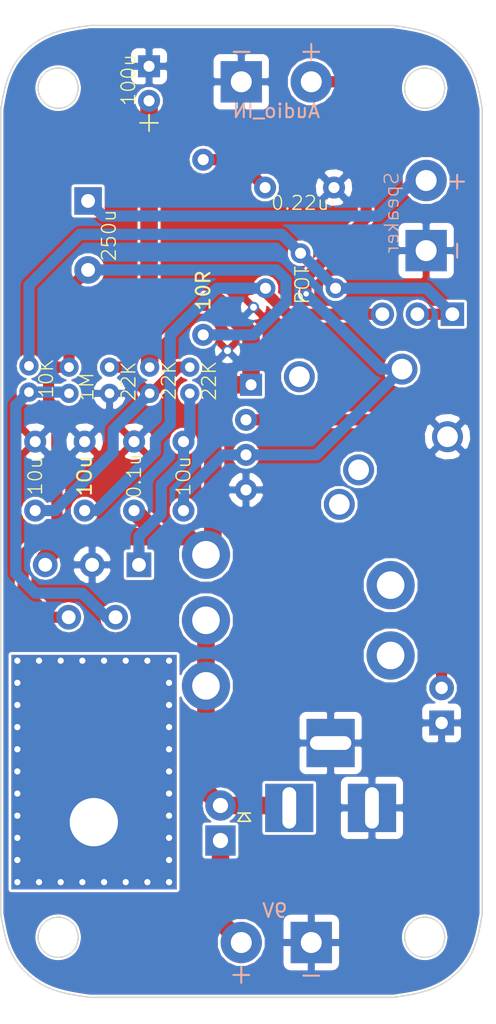
<source format=kicad_pcb>
(kicad_pcb (version 4) (host pcbnew 4.0.7-e2-6376~58~ubuntu16.04.1)
  (title_block (title Amplifier) (date 2017-05-29) (company abierto.cc))
  (layers (0 F.Cu signal) (31 B.Cu signal) (34 B.Paste user) (35 F.Paste user) (36 B.SilkS user) (37 F.SilkS user) (38 B.Mask user) (39 F.Mask user) (44 Edge.Cuts user))
  (net 0 "")
  (net 1 VCC)
  (net 2 GND)
  (net 3 "Net-(C4-Pad1)")
  (net 4 "Net-(C4-Pad2)")
  (net 5 "Net-(C5-Pad1)")
  (net 6 "Net-(C5-Pad2)")
  (net 7 "Net-(C6-Pad2)")
  (net 8 "Net-(C7-Pad2)")
  (net 9 "Net-(D1-Pad2)")
  (net 10 "Net-(1N1007-Pad2)")
  (net 11 "Net-(1N1007-Pad1)")
  (net 12 "Net-(R8-Pad1)")
  (net 13 "Net-(C2-Pad2)")
  (net 14 "Net-(J6-Pad1)")
  (module Diodes_ThroughHole:D_DO-41_SOD81_P2.54mm_Vertical_AnodeUp (layer F.Cu) (at 188.47308 118.61292 90)
    (fp_text reference 1N1007 hide)
    (fp_text value DIODE)
    (pad 1 thru_hole rect (at 0 0 90) (size 2.2 2.2) (drill 1.1) (layers *.Cu *.Mask) (net 11 "Net-(1N1007-Pad1)"))
    (pad 2 thru_hole oval (at 2.54 0 90) (size 2.2 2.2) (drill 1.1) (layers *.Cu *.Mask) (net 10 "Net-(1N1007-Pad2)"))
  )
  (module Connect:bornier2 (layer F.Cu) (at 203.39812 75.8571 90)
    (fp_text reference J4 hide)
    (fp_text value Speaker (at 2.75 -2.5 90) (layer B.SilkS) (effects (font (thickness 0.1)) (justify mirror)))
    (pad 2 thru_hole rect (at 0 0 90) (size 3 3) (drill 1.52) (layers *.Cu *.Mask) (net 2 GND))
    (pad 1 thru_hole circle (at 5.08 0 90) (size 3 3) (drill 1.52) (layers *.Cu *.Mask) (net 6 "Net-(C5-Pad2)"))
  )
  (module LEDs:LED_D3.0mm (layer F.Cu) (at 204.5208 110.08944 90)
    (fp_text reference D1 hide)
    (fp_text value LED)
    (pad 1 thru_hole rect (at 0 0 90) (size 1.8 1.8) (drill 0.9) (layers *.Cu *.Mask) (net 2 GND))
    (pad 2 thru_hole circle (at 2.54 0 90) (size 1.8 1.8) (drill 0.9) (layers *.Cu *.Mask) (net 9 "Net-(D1-Pad2)"))
  )
  (module TO_SOT_Packages_THT:TO-220-5_Pentawatt_Multiwatt-5_Horizontal_StaggeredType1 (layer F.Cu) (at 182.55996 98.6282 180)
    (fp_text reference U1 hide)
    (fp_text value LM1875)
    (pad "" np_thru_hole oval (at 3.2766 -18.65 180) (size 3.5 3.5) (drill 3.5) (layers *.Cu *.Mask))
    (pad 1 thru_hole rect (at 0 0 180) (size 1.8 1.8) (drill 1) (layers *.Cu *.Mask) (net 3 "Net-(C4-Pad1)"))
    (pad 2 thru_hole oval (at 1.7 -3.8 180) (size 1.8 1.8) (drill 1) (layers *.Cu *.Mask) (net 12 "Net-(R8-Pad1)"))
    (pad 3 thru_hole oval (at 3.4 0 180) (size 1.8 1.8) (drill 1) (layers *.Cu *.Mask) (net 2 GND))
    (pad 4 thru_hole oval (at 5.1 -3.8 180) (size 1.8 1.8) (drill 1) (layers *.Cu *.Mask) (net 5 "Net-(C5-Pad1)"))
    (pad 5 thru_hole oval (at 6.8 0 180) (size 1.8 1.8) (drill 1) (layers *.Cu *.Mask) (net 1 VCC))
  )
  (module ComponentesVarios:hole_05mm (layer F.Cu) (at 190.87338 79.96174)
    (fp_text reference "" hide)
    (fp_text value "" hide)
    (pad 1 thru_hole circle (at 0 0) (size 0.8 0.8) (drill 0.5) (layers *.Cu *.Mask) (net 2 GND))
  )
  (module switch (layer F.Cu) (at 187.42152 102.65156 90)
    (fp_text reference SW1 hide)
    (fp_text value SW_SPDT)
    (pad 4 thru_hole circle (at 2.55 13.4 90) (size 3.5 3.5) (drill 2) (layers *.Cu *.Mask))
    (pad 4 thru_hole circle (at -2.55 13.4 90) (size 3.5 3.5) (drill 2) (layers *.Cu *.Mask))
    (pad 1 thru_hole circle (at 4.75 0 90) (size 3.5 3.5) (drill 2) (layers *.Cu *.Mask) (net 1 VCC))
    (pad 2 thru_hole circle (at 0 0 90) (size 3.5 3.5) (drill 2) (layers *.Cu *.Mask) (net 10 "Net-(1N1007-Pad2)"))
    (pad 3 thru_hole circle (at -4.75 0 90) (size 3.5 3.5) (drill 2) (layers *.Cu *.Mask) (net 10 "Net-(1N1007-Pad2)"))
  )
  (module Potentiometers:Potentiometer_Trimmer_Vishay_T73YP_Horizontal (layer F.Cu) (at 196.8246 78.5876 90)
    (fp_text reference R5 hide)
    (fp_text value 10k)
    (fp_text user POT (at 0.2286 -2.413 90) (layer F.SilkS) (effects (font (thickness 0.1))))
    (pad 3 thru_hole circle (at 0 -5.08 90) (size 1.44 1.44) (drill 0.8) (layers *.Cu *.Mask) (net 8 "Net-(C7-Pad2)"))
    (pad 2 thru_hole circle (at 2.54 -2.54 90) (size 1.44 1.44) (drill 0.8) (layers *.Cu *.Mask) (net 14 "Net-(J6-Pad1)"))
    (pad 1 thru_hole circle (at 0 0 90) (size 1.44 1.44) (drill 0.8) (layers *.Cu *.Mask) (net 14 "Net-(J6-Pad1)"))
  )
  (module Resistors_ThroughHole:R_Axial_DIN0309_L9.0mm_D3.2mm_P12.70mm_Horizontal (layer F.Cu) (at 187.2234 81.9658 90)
    (fp_text reference R6 hide)
    (fp_text value 10R (at 3.2258 0 90) (layer F.SilkS))
    (pad 1 thru_hole circle (at 0 0 90) (size 1.6 1.6) (drill 0.8) (layers *.Cu *.Mask) (net 5 "Net-(C5-Pad1)"))
    (pad 2 thru_hole oval (at 12.7 0 90) (size 1.6 1.6) (drill 0.8) (layers *.Cu *.Mask) (net 7 "Net-(C6-Pad2)"))
  )
  (module Socket_Strips:Socket_Strip_Straight_1x03_Pitch2.54mm (layer F.Cu) (at 205.30312 80.4672 270)
    (fp_text reference J6 hide)
    (fp_text value CONN_01X03)
    (pad 1 thru_hole rect (at 0 0 270) (size 1.7 1.7) (drill 1) (layers *.Cu *.Mask) (net 14 "Net-(J6-Pad1)"))
    (pad 2 thru_hole oval (at 0 2.54 270) (size 1.7 1.7) (drill 1) (layers *.Cu *.Mask) (net 14 "Net-(J6-Pad1)"))
    (pad 3 thru_hole oval (at 0 5.08 270) (size 1.7 1.7) (drill 1) (layers *.Cu *.Mask) (net 8 "Net-(C7-Pad2)"))
  )
  (module AV_Conn:jack_huella (layer F.Cu) (at 199.9488 89.34704 180)
    (fp_text reference J3 hide)
    (fp_text value IN hide)
    (pad 1 thru_hole circle (at -5 0 180) (size 2.25 2.25) (drill 1.4986) (layers *.Cu *.Mask) (net 2 GND))
    (pad 5 thru_hole circle (at -1.7 4.9 180) (size 2.25 2.25) (drill 1.4986) (layers *.Cu *.Mask) (net 4 "Net-(C4-Pad2)"))
    (pad 4 thru_hole circle (at 5.75 4.35 180) (size 2.25 2.25) (drill 1.4986) (layers *.Cu *.Mask))
    (pad 3 thru_hole circle (at 1.45 -2.4 180) (size 2.25 2.25) (drill 1.4986) (layers *.Cu *.Mask))
    (pad 2 thru_hole circle (at 2.85 -4.9 180) (size 2.25 2.25) (drill 1.4986) (layers *.Cu *.Mask))
  )
  (module Resistors_ThroughHole:R_Axial_DIN0204_L3.6mm_D1.6mm_P1.90mm_Vertical (layer F.Cu) (at 186.24804 84.30392 270)
    (fp_text reference R4 hide)
    (fp_text value 22K (at 0.98674 -1.39954 270) (layer F.SilkS) (effects (font (thickness 0.1))))
    (pad 1 thru_hole circle (at 0 0 270) (size 1.4 1.4) (drill 0.7) (layers *.Cu *.Mask) (net 13 "Net-(C2-Pad2)"))
    (pad 2 thru_hole oval (at 1.9 0 270) (size 1.4 1.4) (drill 0.7) (layers *.Cu *.Mask) (net 3 "Net-(C4-Pad1)"))
  )
  (module Resistors_ThroughHole:R_Axial_DIN0204_L3.6mm_D1.6mm_P1.90mm_Vertical (layer F.Cu) (at 183.3372 84.30392 270)
    (fp_text reference R3 hide)
    (fp_text value 22K (at 0.96388 -1.39446 270) (layer F.SilkS) (effects (font (thickness 0.1))))
    (pad 1 thru_hole circle (at 0 0 270) (size 1.4 1.4) (drill 0.7) (layers *.Cu *.Mask) (net 1 VCC))
    (pad 2 thru_hole oval (at 1.9 0 270) (size 1.4 1.4) (drill 0.7) (layers *.Cu *.Mask) (net 13 "Net-(C2-Pad2)"))
  )
  (module Resistors_ThroughHole:R_Axial_DIN0204_L3.6mm_D1.6mm_P1.90mm_Vertical (layer F.Cu) (at 180.42636 84.30392 270)
    (fp_text reference R2 hide)
    (fp_text value 22K (at 1.04008 -1.37922 270) (layer F.SilkS) (effects (font (thickness 0.1))))
    (pad 1 thru_hole circle (at 0 0 270) (size 1.4 1.4) (drill 0.7) (layers *.Cu *.Mask) (net 13 "Net-(C2-Pad2)"))
    (pad 2 thru_hole oval (at 1.9 0 270) (size 1.4 1.4) (drill 0.7) (layers *.Cu *.Mask) (net 2 GND))
  )
  (module Resistors_ThroughHole:R_Axial_DIN0204_L3.6mm_D1.6mm_P1.90mm_Vertical (layer F.Cu) (at 177.48504 84.30392 270)
    (fp_text reference R9 hide)
    (fp_text value 1M (at 1.4224 -1.27 270) (layer F.SilkS) (effects (font (thickness 0.1))))
    (pad 1 thru_hole circle (at 0 0 270) (size 1.4 1.4) (drill 0.7) (layers *.Cu *.Mask) (net 5 "Net-(C5-Pad1)"))
    (pad 2 thru_hole oval (at 1.9 0 270) (size 1.4 1.4) (drill 0.7) (layers *.Cu *.Mask) (net 12 "Net-(R8-Pad1)"))
  )
  (module Connect:bornier2 (layer F.Cu) (at 189.98336 126.00432)
    (fp_text reference J2 hide)
    (fp_text value 9V_Battery)
    (fp_text user - (at 5.08 2.286) (layer B.SilkS) (effects (font (size 1.5 1.5)) (justify mirror)))
    (fp_text user + (at 0 2.2352) (layer B.SilkS) (effects (font (size 1.5 1.5)) (justify mirror)))
    (fp_text user 9V (at 2.4384 -2.3114) (layer B.SilkS) (effects (justify mirror)))
    (pad 2 thru_hole circle (at 0 0) (size 3 3) (drill 1.52) (layers *.Cu *.Mask) (net 11 "Net-(1N1007-Pad1)"))
    (pad 1 thru_hole trapezoid (at 5.08 0) (size 3 3) (drill 1.52) (layers *.Cu *.Mask) (net 2 GND))
  )
  (module Capacitors_ThroughHole:CP_Radial_D10.0mm_P5.00mm (layer F.Cu) (at 178.8668 77.25664 90)
    (fp_text reference C5 hide)
    (fp_text value 250u (at 2.49936 1.51384 90) (layer F.SilkS) (effects (font (thickness 0.1))))
    (pad 1 thru_hole circle (at 0 0 90) (size 2 2) (drill 1) (layers *.Cu *.Mask) (net 5 "Net-(C5-Pad1)"))
    (pad 2 thru_hole rect (at 5 0 90) (size 2 2) (drill 1) (layers *.Cu *.Mask) (net 6 "Net-(C5-Pad2)"))
  )
  (module ComponentesVarios:hole_05mm (layer F.Cu) (at 188.98362 83.1088)
    (fp_text reference "" hide)
    (fp_text value "" hide)
    (pad 1 thru_hole circle (at 0 0) (size 0.8 0.8) (drill 0.5) (layers *.Cu *.Mask) (net 2 GND))
  )
  (module Connect:bornier2 (layer F.Cu) (at 195.06336 63.62192 180)
    (fp_text reference J5 hide)
    (fp_text value Audio_In)
    (fp_text user - (at 5.0546 2.286 180) (layer B.SilkS) (effects (font (size 1.5 1.5)) (justify mirror)))
    (fp_text user + (at 0 2.286 180) (layer B.SilkS) (effects (font (size 1.5 1.5)) (justify mirror)))
    (fp_text user Audio_IN (at 2.54 -2.1082 180) (layer B.SilkS) (effects (justify mirror)))
    (pad 1 thru_hole circle (at 0 0 180) (size 3 3) (drill 1.52) (layers *.Cu *.Mask) (net 4 "Net-(C4-Pad2)"))
    (pad 2 thru_hole rect (at 5.08 0 180) (size 3 3) (drill 1.52) (layers *.Cu *.Mask) (net 2 GND))
  )
  (module Resistors_ThroughHole:R_Axial_DIN0204_L3.6mm_D1.6mm_P1.90mm_Vertical (layer F.Cu) (at 174.57928 86.1124 90)
    (fp_text reference R8 hide)
    (fp_text value 10K (at 1 1.25 90) (layer F.SilkS) (effects (font (thickness 0.1))))
    (pad 1 thru_hole circle (at 0 0 90) (size 1.4 1.4) (drill 0.7) (layers *.Cu *.Mask) (net 12 "Net-(R8-Pad1)"))
    (pad 2 thru_hole oval (at 1.9 0 90) (size 1.4 1.4) (drill 0.7) (layers *.Cu *.Mask) (net 14 "Net-(J6-Pad1)"))
  )
  (module Resistors_ThroughHole:R_Array_SIP4 (layer F.Cu) (at 190.32728 85.58276 270)
    (fp_text reference R1 hide)
    (fp_text value 1K)
    (pad 1 thru_hole rect (at 0 -0.36576 270) (size 1.6 1.6) (drill 0.8) (layers *.Cu *.Mask) (net 1 VCC))
    (pad 2 thru_hole oval (at 2.54 0 270) (size 1.6 1.6) (drill 0.8) (layers *.Cu *.Mask) (net 9 "Net-(D1-Pad2)"))
    (pad 3 thru_hole oval (at 5.08 0 270) (size 1.6 1.6) (drill 0.8) (layers *.Cu *.Mask) (net 4 "Net-(C4-Pad2)"))
    (pad 4 thru_hole oval (at 7.62 0 270) (size 1.6 1.6) (drill 0.8) (layers *.Cu *.Mask) (net 2 GND))
  )
  (module Capacitors_ThroughHole:C_Disc_D5.0mm_W2.5mm_P5.00mm (layer F.Cu) (at 178.61788 89.7 270)
    (fp_text reference C7 hide)
    (fp_text value 1Ou (at 2.5 0 270) (layer F.SilkS))
    (pad 1 thru_hole circle (at 0 0 270) (size 1.6 1.6) (drill 0.8) (layers *.Cu *.Mask) (net 2 GND))
    (pad 2 thru_hole circle (at 5 0 270) (size 1.6 1.6) (drill 0.8) (layers *.Cu *.Mask) (net 8 "Net-(C7-Pad2)"))
  )
  (module Capacitors_ThroughHole:C_Disc_D5.0mm_W2.5mm_P5.00mm (layer F.Cu) (at 175.0314 89.7 270)
    (fp_text reference C2 hide)
    (fp_text value 10u (at 2.5 0 270) (layer F.SilkS) (effects (font (thickness 0.1))))
    (pad 1 thru_hole circle (at 0 0 270) (size 1.6 1.6) (drill 0.8) (layers *.Cu *.Mask) (net 2 GND))
    (pad 2 thru_hole circle (at 5 0 270) (size 1.6 1.6) (drill 0.8) (layers *.Cu *.Mask) (net 13 "Net-(C2-Pad2)"))
  )
  (module Capacitors_ThroughHole:CP_Radial_D6.3mm_P2.50mm (layer F.Cu) (at 183.29224 64.9986 90)
    (fp_text reference C3 hide)
    (fp_text value 100u (at 1.5 -1.5 90) (layer F.SilkS) (effects (font (thickness 0.1))))
    (pad 1 thru_hole circle (at 0 0 90) (size 1.6 1.6) (drill 0.8) (layers *.Cu *.Mask) (net 1 VCC))
    (pad 2 thru_hole rect (at 2.5 0 90) (size 1.6 1.6) (drill 0.8) (layers *.Cu *.Mask) (net 2 GND))
  )
  (module Capacitors_ThroughHole:C_Disc_D5.0mm_W2.5mm_P5.00mm (layer F.Cu) (at 182.20436 94.7 90)
    (fp_text reference C1 hide)
    (fp_text value 0.1u (at 2.5 0 90) (layer F.SilkS) (effects (font (thickness 0.1))))
    (pad 1 thru_hole circle (at 0 0 90) (size 1.6 1.6) (drill 0.8) (layers *.Cu *.Mask) (net 1 VCC))
    (pad 2 thru_hole circle (at 5 0 90) (size 1.6 1.6) (drill 0.8) (layers *.Cu *.Mask) (net 2 GND))
  )
  (module Capacitors_ThroughHole:C_Disc_D5.0mm_W2.5mm_P5.00mm (layer F.Cu) (at 185.79084 89.7 270)
    (fp_text reference C4 hide)
    (fp_text value 1Ou (at 2.5 0 270) (layer F.SilkS) (effects (font (thickness 0.1))))
    (pad 1 thru_hole circle (at 0 0 270) (size 1.6 1.6) (drill 0.8) (layers *.Cu *.Mask) (net 3 "Net-(C4-Pad1)"))
    (pad 2 thru_hole circle (at 5 0 270) (size 1.6 1.6) (drill 0.8) (layers *.Cu *.Mask) (net 4 "Net-(C4-Pad2)"))
  )
  (module Capacitors_ThroughHole:C_Rect_L7.2mm_W5.5mm_P5.00mm_FKS2_FKP2_MKS2_MKP2 (layer F.Cu) (at 196.71284 71.28764 180)
    (fp_text reference C6 hide)
    (fp_text value 0.22u (at 2.45364 -1.11252 180) (layer F.SilkS) (effects (font (thickness 0.1))))
    (pad 1 thru_hole circle (at 0 0 180) (size 1.6 1.6) (drill 0.8) (layers *.Cu *.Mask) (net 2 GND))
    (pad 2 thru_hole circle (at 5 0 180) (size 1.6 1.6) (drill 0.8) (layers *.Cu *.Mask) (net 7 "Net-(C6-Pad2)"))
  )
  (module Connect:BARREL_JACK (layer F.Cu) (at 193.46672 116.2464 180)
    (fp_text reference J1 hide)
    (fp_text value 12V_Charger)
    (pad 3 thru_hole rect (at 0 0 180) (size 3.5 3.5) (drill oval 1 3) (layers *.Cu *.Mask) (net 10 "Net-(1N1007-Pad2)"))
    (pad 1 thru_hole rect (at -6 0 180) (size 3.5 3.5) (drill oval 1 3) (layers *.Cu *.Mask) (net 2 GND))
    (pad 2 thru_hole rect (at -3 4.7 180) (size 3.5 3.5) (drill oval 3 1) (layers *.Cu *.Mask) (net 2 GND))
  )
  (module ComponentesVarios:pad_holes (layer F.Cu) (at 179.2986 113.65484)
    (fp_text reference Ref** hide)
    (fp_text value Val** hide)
    (pad "" smd rect (at 0 0) (size 12 17) (layers F.Cu F.Paste F.Mask))
    (pad 1 thru_hole circle (at -5.5626 -8.0772) (size 0.8 0.8) (drill 0.45) (layers *.Cu *.Mask))
    (pad 2 thru_hole circle (at -3.990025 -8.0772) (size 0.8 0.8) (drill 0.45) (layers *.Cu *.Mask))
    (pad 3 thru_hole circle (at -2.41745 -8.0772) (size 0.8 0.8) (drill 0.45) (layers *.Cu *.Mask))
    (pad 4 thru_hole circle (at -0.844875 -8.0772) (size 0.8 0.8) (drill 0.45) (layers *.Cu *.Mask))
    (pad 5 thru_hole circle (at 0.7277 -8.0772) (size 0.8 0.8) (drill 0.45) (layers *.Cu *.Mask))
    (pad 6 thru_hole circle (at 2.300275 -8.0772) (size 0.8 0.8) (drill 0.45) (layers *.Cu *.Mask))
    (pad 7 thru_hole circle (at 3.87285 -8.0772) (size 0.8 0.8) (drill 0.45) (layers *.Cu *.Mask))
    (pad 8 thru_hole circle (at 5.445425 -8.0772) (size 0.8 0.8) (drill 0.45) (layers *.Cu *.Mask))
    (pad 2 thru_hole circle (at -5.5626 -6.472255) (size 0.8 0.8) (drill 0.45) (layers *.Cu *.Mask))
    (pad 3 thru_hole circle (at -5.5626 -4.86731) (size 0.8 0.8) (drill 0.45) (layers *.Cu *.Mask))
    (pad 4 thru_hole circle (at -5.5626 -3.262365) (size 0.8 0.8) (drill 0.45) (layers *.Cu *.Mask))
    (pad 5 thru_hole circle (at -5.5626 -1.65742) (size 0.8 0.8) (drill 0.45) (layers *.Cu *.Mask))
    (pad 6 thru_hole circle (at -5.5626 -0.052475) (size 0.8 0.8) (drill 0.45) (layers *.Cu *.Mask))
    (pad 7 thru_hole circle (at -5.5626 1.55247) (size 0.8 0.8) (drill 0.45) (layers *.Cu *.Mask))
    (pad 8 thru_hole circle (at -5.5626 3.157415) (size 0.8 0.8) (drill 0.45) (layers *.Cu *.Mask))
    (pad 9 thru_hole circle (at -5.5626 4.76236) (size 0.8 0.8) (drill 0.45) (layers *.Cu *.Mask))
    (pad 10 thru_hole circle (at -5.5626 6.367305) (size 0.8 0.8) (drill 0.45) (layers *.Cu *.Mask))
    (pad 11 thru_hole circle (at -5.5626 7.97225) (size 0.8 0.8) (drill 0.45) (layers *.Cu *.Mask))
    (pad 2 thru_hole circle (at 5.445425 -6.472255) (size 0.8 0.8) (drill 0.45) (layers *.Cu *.Mask))
    (pad 3 thru_hole circle (at 5.445425 -4.86731) (size 0.8 0.8) (drill 0.45) (layers *.Cu *.Mask))
    (pad 4 thru_hole circle (at 5.445425 -3.262365) (size 0.8 0.8) (drill 0.45) (layers *.Cu *.Mask))
    (pad 5 thru_hole circle (at 5.445425 -1.65742) (size 0.8 0.8) (drill 0.45) (layers *.Cu *.Mask))
    (pad 6 thru_hole circle (at 5.445425 -0.052475) (size 0.8 0.8) (drill 0.45) (layers *.Cu *.Mask))
    (pad 7 thru_hole circle (at 5.445425 1.55247) (size 0.8 0.8) (drill 0.45) (layers *.Cu *.Mask))
    (pad 8 thru_hole circle (at 5.445425 3.157415) (size 0.8 0.8) (drill 0.45) (layers *.Cu *.Mask))
    (pad 9 thru_hole circle (at 5.445425 4.76236) (size 0.8 0.8) (drill 0.45) (layers *.Cu *.Mask))
    (pad 10 thru_hole circle (at 5.445425 6.367305) (size 0.8 0.8) (drill 0.45) (layers *.Cu *.Mask))
    (pad 11 thru_hole circle (at 5.445425 7.97225) (size 0.8 0.8) (drill 0.45) (layers *.Cu *.Mask))
    (pad 2 thru_hole circle (at -3.990025 7.97225) (size 0.8 0.8) (drill 0.45) (layers *.Cu *.Mask))
    (pad 3 thru_hole circle (at -2.41745 7.97225) (size 0.8 0.8) (drill 0.45) (layers *.Cu *.Mask))
    (pad 4 thru_hole circle (at -0.844875 7.97225) (size 0.8 0.8) (drill 0.45) (layers *.Cu *.Mask))
    (pad 5 thru_hole circle (at 0.7277 7.97225) (size 0.8 0.8) (drill 0.45) (layers *.Cu *.Mask))
    (pad 6 thru_hole circle (at 2.300275 7.97225) (size 0.8 0.8) (drill 0.45) (layers *.Cu *.Mask))
    (pad 7 thru_hole circle (at 3.87285 7.97225) (size 0.8 0.8) (drill 0.45) (layers *.Cu *.Mask))
    (pad 8 thru_hole circle (at 5.445425 7.97225) (size 0.8 0.8) (drill 0.45) (layers *.Cu *.Mask))
  )
  (module ComponentesVarios:pad (layer B.Cu) (at 179.2986 113.65484)
    (fp_text reference "" hide)
    (fp_text value "" hide)
    (pad "" smd rect (at 0 0) (size 12 17) (layers B.Cu B.Paste B.Mask))
  )
  (gr_line (start 178.146515 125.537647) (end 178.159127 125.615187) (layer Edge.Cuts) (width 0.1))
  (gr_line (start 178.133464 125.460525) (end 178.146515 125.537647) (layer Edge.Cuts) (width 0.1))
  (gr_line (start 178.119498 125.384008) (end 178.133464 125.460525) (layer Edge.Cuts) (width 0.1))
  (gr_line (start 178.10414 125.308283) (end 178.119498 125.384008) (layer Edge.Cuts) (width 0.1))
  (gr_line (start 178.086914 125.233536) (end 178.10414 125.308283) (layer Edge.Cuts) (width 0.1))
  (gr_line (start 178.067344 125.159954) (end 178.086914 125.233536) (layer Edge.Cuts) (width 0.1))
  (gr_line (start 178.044953 125.087722) (end 178.067344 125.159954) (layer Edge.Cuts) (width 0.1))
  (gr_line (start 178.019264 125.017028) (end 178.044953 125.087722) (layer Edge.Cuts) (width 0.1))
  (gr_line (start 177.989802 124.948057) (end 178.019264 125.017028) (layer Edge.Cuts) (width 0.1))
  (gr_line (start 177.95609 124.880996) (end 177.989802 124.948057) (layer Edge.Cuts) (width 0.1))
  (gr_line (start 177.917814 124.816024) (end 177.95609 124.880996) (layer Edge.Cuts) (width 0.1))
  (gr_line (start 177.87517 124.753297) (end 177.917814 124.816024) (layer Edge.Cuts) (width 0.1))
  (gr_line (start 177.82845 124.692965) (end 177.87517 124.753297) (layer Edge.Cuts) (width 0.1))
  (gr_line (start 177.777947 124.63518) (end 177.82845 124.692965) (layer Edge.Cuts) (width 0.1))
  (gr_line (start 177.723956 124.580093) (end 177.777947 124.63518) (layer Edge.Cuts) (width 0.1))
  (gr_line (start 177.66677 124.527854) (end 177.723956 124.580093) (layer Edge.Cuts) (width 0.1))
  (gr_line (start 177.606681 124.478614) (end 177.66677 124.527854) (layer Edge.Cuts) (width 0.1))
  (gr_line (start 177.543984 124.432525) (end 177.606681 124.478614) (layer Edge.Cuts) (width 0.1))
  (gr_line (start 177.478972 124.389738) (end 177.543984 124.432525) (layer Edge.Cuts) (width 0.1))
  (gr_line (start 177.411937 124.350404) (end 177.478972 124.389738) (layer Edge.Cuts) (width 0.1))
  (gr_line (start 177.343143 124.31465) (end 177.411937 124.350404) (layer Edge.Cuts) (width 0.1))
  (gr_line (start 177.272773 124.282547) (end 177.343143 124.31465) (layer Edge.Cuts) (width 0.1))
  (gr_line (start 177.201001 124.25416) (end 177.272773 124.282547) (layer Edge.Cuts) (width 0.1))
  (gr_line (start 177.128002 124.229549) (end 177.201001 124.25416) (layer Edge.Cuts) (width 0.1))
  (gr_line (start 177.053947 124.208779) (end 177.128002 124.229549) (layer Edge.Cuts) (width 0.1))
  (gr_line (start 176.979011 124.191913) (end 177.053947 124.208779) (layer Edge.Cuts) (width 0.1))
  (gr_line (start 176.903366 124.179012) (end 176.979011 124.191913) (layer Edge.Cuts) (width 0.1))
  (gr_line (start 176.827187 124.17014) (end 176.903366 124.179012) (layer Edge.Cuts) (width 0.1))
  (gr_line (start 176.750647 124.16536) (end 176.827187 124.17014) (layer Edge.Cuts) (width 0.1))
  (gr_line (start 176.673919 124.164734) (end 176.750647 124.16536) (layer Edge.Cuts) (width 0.1))
  (gr_line (start 176.597192 124.168285) (end 176.673919 124.164734) (layer Edge.Cuts) (width 0.1))
  (gr_line (start 176.520683 124.175956) (end 176.597192 124.168285) (layer Edge.Cuts) (width 0.1))
  (gr_line (start 176.444614 124.187683) (end 176.520683 124.175956) (layer Edge.Cuts) (width 0.1))
  (gr_line (start 176.369206 124.2034) (end 176.444614 124.187683) (layer Edge.Cuts) (width 0.1))
  (gr_line (start 176.29468 124.223042) (end 176.369206 124.2034) (layer Edge.Cuts) (width 0.1))
  (gr_line (start 176.221256 124.246545) (end 176.29468 124.223042) (layer Edge.Cuts) (width 0.1))
  (gr_line (start 176.149158 124.273843) (end 176.221256 124.246545) (layer Edge.Cuts) (width 0.1))
  (gr_line (start 176.078604 124.304872) (end 176.149158 124.273843) (layer Edge.Cuts) (width 0.1))
  (gr_line (start 176.009817 124.339566) (end 176.078604 124.304872) (layer Edge.Cuts) (width 0.1))
  (gr_line (start 175.943018 124.37786) (end 176.009817 124.339566) (layer Edge.Cuts) (width 0.1))
  (gr_line (start 175.878398 124.419657) (end 175.943018 124.37786) (layer Edge.Cuts) (width 0.1))
  (gr_line (start 175.816106 124.464812) (end 175.878398 124.419657) (layer Edge.Cuts) (width 0.1))
  (gr_line (start 175.756288 124.513175) (end 175.816106 124.464812) (layer Edge.Cuts) (width 0.1))
  (gr_line (start 175.699089 124.564596) (end 175.756288 124.513175) (layer Edge.Cuts) (width 0.1))
  (gr_line (start 175.644654 124.618927) (end 175.699089 124.564596) (layer Edge.Cuts) (width 0.1))
  (gr_line (start 175.593127 124.676018) (end 175.644654 124.618927) (layer Edge.Cuts) (width 0.1))
  (gr_line (start 175.544655 124.735718) (end 175.593127 124.676018) (layer Edge.Cuts) (width 0.1))
  (gr_line (start 175.499382 124.79788) (end 175.544655 124.735718) (layer Edge.Cuts) (width 0.1))
  (gr_line (start 175.457452 124.862352) (end 175.499382 124.79788) (layer Edge.Cuts) (width 0.1))
  (gr_line (start 175.419012 124.928986) (end 175.457452 124.862352) (layer Edge.Cuts) (width 0.1))
  (gr_line (start 175.384169 124.997603) (end 175.419012 124.928986) (layer Edge.Cuts) (width 0.1))
  (gr_line (start 175.352989 125.067996) (end 175.384169 124.997603) (layer Edge.Cuts) (width 0.1))
  (gr_line (start 175.325538 125.139952) (end 175.352989 125.067996) (layer Edge.Cuts) (width 0.1))
  (gr_line (start 175.301877 125.213259) (end 175.325538 125.139952) (layer Edge.Cuts) (width 0.1))
  (gr_line (start 175.282072 125.287707) (end 175.301877 125.213259) (layer Edge.Cuts) (width 0.1))
  (gr_line (start 175.266184 125.363084) (end 175.282072 125.287707) (layer Edge.Cuts) (width 0.1))
  (gr_line (start 175.254279 125.439178) (end 175.266184 125.363084) (layer Edge.Cuts) (width 0.1))
  (gr_line (start 175.246418 125.515778) (end 175.254279 125.439178) (layer Edge.Cuts) (width 0.1))
  (gr_line (start 175.242667 125.592673) (end 175.246418 125.515778) (layer Edge.Cuts) (width 0.1))
  (gr_line (start 175.243086 125.66965) (end 175.242667 125.592673) (layer Edge.Cuts) (width 0.1))
  (gr_line (start 175.247673 125.746499) (end 175.243086 125.66965) (layer Edge.Cuts) (width 0.1))
  (gr_line (start 175.256366 125.823009) (end 175.247673 125.746499) (layer Edge.Cuts) (width 0.1))
  (gr_line (start 175.269099 125.898969) (end 175.256366 125.823009) (layer Edge.Cuts) (width 0.1))
  (gr_line (start 175.285805 125.974168) (end 175.269099 125.898969) (layer Edge.Cuts) (width 0.1))
  (gr_line (start 175.306419 126.048396) (end 175.285805 125.974168) (layer Edge.Cuts) (width 0.1))
  (gr_line (start 175.330876 126.121442) (end 175.306419 126.048396) (layer Edge.Cuts) (width 0.1))
  (gr_line (start 175.359108 126.193095) (end 175.330876 126.121442) (layer Edge.Cuts) (width 0.1))
  (gr_line (start 175.391051 126.263144) (end 175.359108 126.193095) (layer Edge.Cuts) (width 0.1))
  (gr_line (start 175.426638 126.331378) (end 175.391051 126.263144) (layer Edge.Cuts) (width 0.1))
  (gr_line (start 175.465801 126.39759) (end 175.426638 126.331378) (layer Edge.Cuts) (width 0.1))
  (gr_line (start 175.508429 126.461602) (end 175.465801 126.39759) (layer Edge.Cuts) (width 0.1))
  (gr_line (start 175.554376 126.523267) (end 175.508429 126.461602) (layer Edge.Cuts) (width 0.1))
  (gr_line (start 175.603494 126.582437) (end 175.554376 126.523267) (layer Edge.Cuts) (width 0.1))
  (gr_line (start 175.655639 126.638964) (end 175.603494 126.582437) (layer Edge.Cuts) (width 0.1))
  (gr_line (start 175.710661 126.692699) (end 175.655639 126.638964) (layer Edge.Cuts) (width 0.1))
  (gr_line (start 175.768416 126.743495) (end 175.710661 126.692699) (layer Edge.Cuts) (width 0.1))
  (gr_line (start 175.828756 126.791205) (end 175.768416 126.743495) (layer Edge.Cuts) (width 0.1))
  (gr_line (start 175.891535 126.835679) (end 175.828756 126.791205) (layer Edge.Cuts) (width 0.1))
  (gr_line (start 175.956606 126.876771) (end 175.891535 126.835679) (layer Edge.Cuts) (width 0.1))
  (gr_line (start 176.023818 126.914336) (end 175.956606 126.876771) (layer Edge.Cuts) (width 0.1))
  (gr_line (start 176.092978 126.94828) (end 176.023818 126.914336) (layer Edge.Cuts) (width 0.1))
  (gr_line (start 176.163864 126.978539) (end 176.092978 126.94828) (layer Edge.Cuts) (width 0.1))
  (gr_line (start 176.236255 127.005052) (end 176.163864 126.978539) (layer Edge.Cuts) (width 0.1))
  (gr_line (start 176.30993 127.027755) (end 176.236255 127.005052) (layer Edge.Cuts) (width 0.1))
  (gr_line (start 176.384665 127.046586) (end 176.30993 127.027755) (layer Edge.Cuts) (width 0.1))
  (gr_line (start 176.460239 127.061482) (end 176.384665 127.046586) (layer Edge.Cuts) (width 0.1))
  (gr_line (start 176.536431 127.07238) (end 176.460239 127.061482) (layer Edge.Cuts) (width 0.1))
  (gr_line (start 176.613019 127.079219) (end 176.536431 127.07238) (layer Edge.Cuts) (width 0.1))
  (gr_line (start 176.68978 127.081935) (end 176.613019 127.079219) (layer Edge.Cuts) (width 0.1))
  (gr_line (start 176.766497 127.080475) (end 176.68978 127.081935) (layer Edge.Cuts) (width 0.1))
  (gr_line (start 176.842981 127.074863) (end 176.766497 127.080475) (layer Edge.Cuts) (width 0.1))
  (gr_line (start 176.919059 127.065163) (end 176.842981 127.074863) (layer Edge.Cuts) (width 0.1))
  (gr_line (start 176.994558 127.05144) (end 176.919059 127.065163) (layer Edge.Cuts) (width 0.1))
  (gr_line (start 177.069307 127.03376) (end 176.994558 127.05144) (layer Edge.Cuts) (width 0.1))
  (gr_line (start 177.143131 127.012186) (end 177.069307 127.03376) (layer Edge.Cuts) (width 0.1))
  (gr_line (start 177.215859 126.986783) (end 177.143131 127.012186) (layer Edge.Cuts) (width 0.1))
  (gr_line (start 177.287318 126.957617) (end 177.215859 126.986783) (layer Edge.Cuts) (width 0.1))
  (gr_line (start 177.357335 126.924751) (end 177.287318 126.957617) (layer Edge.Cuts) (width 0.1))
  (gr_line (start 177.425736 126.888251) (end 177.357335 126.924751) (layer Edge.Cuts) (width 0.1))
  (gr_line (start 177.492339 126.84819) (end 177.425736 126.888251) (layer Edge.Cuts) (width 0.1))
  (gr_line (start 177.556883 126.804698) (end 177.492339 126.84819) (layer Edge.Cuts) (width 0.1))
  (gr_line (start 177.619075 126.75793) (end 177.556883 126.804698) (layer Edge.Cuts) (width 0.1))
  (gr_line (start 177.678625 126.70804) (end 177.619075 126.75793) (layer Edge.Cuts) (width 0.1))
  (gr_line (start 177.73524 126.655182) (end 177.678625 126.70804) (layer Edge.Cuts) (width 0.1))
  (gr_line (start 177.788629 126.599511) (end 177.73524 126.655182) (layer Edge.Cuts) (width 0.1))
  (gr_line (start 177.8385 126.541179) (end 177.788629 126.599511) (layer Edge.Cuts) (width 0.1))
  (gr_line (start 177.884561 126.480343) (end 177.8385 126.541179) (layer Edge.Cuts) (width 0.1))
  (gr_line (start 177.926521 126.417156) (end 177.884561 126.480343) (layer Edge.Cuts) (width 0.1))
  (gr_line (start 177.964088 126.351771) (end 177.926521 126.417156) (layer Edge.Cuts) (width 0.1))
  (gr_line (start 177.997069 126.284348) (end 177.964088 126.351771) (layer Edge.Cuts) (width 0.1))
  (gr_line (start 178.025779 126.21506) (end 177.997069 126.284348) (layer Edge.Cuts) (width 0.1))
  (gr_line (start 178.050697 126.14409) (end 178.025779 126.21506) (layer Edge.Cuts) (width 0.1))
  (gr_line (start 178.072301 126.071619) (end 178.050697 126.14409) (layer Edge.Cuts) (width 0.1))
  (gr_line (start 178.09107 125.997828) (end 178.072301 126.071619) (layer Edge.Cuts) (width 0.1))
  (gr_line (start 178.107482 125.922898) (end 178.09107 125.997828) (layer Edge.Cuts) (width 0.1))
  (gr_line (start 178.122016 125.84701) (end 178.107482 125.922898) (layer Edge.Cuts) (width 0.1))
  (gr_line (start 178.135149 125.770346) (end 178.122016 125.84701) (layer Edge.Cuts) (width 0.1))
  (gr_line (start 178.14736 125.693086) (end 178.135149 125.770346) (layer Edge.Cuts) (width 0.1))
  (gr_line (start 178.159128 125.615413) (end 178.14736 125.693086) (layer Edge.Cuts) (width 0.1))
  (gr_line (start 204.744349 63.995716) (end 204.756961 64.073256) (layer Edge.Cuts) (width 0.1))
  (gr_line (start 204.731298 63.918594) (end 204.744349 63.995716) (layer Edge.Cuts) (width 0.1))
  (gr_line (start 204.717332 63.842077) (end 204.731298 63.918594) (layer Edge.Cuts) (width 0.1))
  (gr_line (start 204.701974 63.766352) (end 204.717332 63.842077) (layer Edge.Cuts) (width 0.1))
  (gr_line (start 204.684748 63.691605) (end 204.701974 63.766352) (layer Edge.Cuts) (width 0.1))
  (gr_line (start 204.665178 63.618023) (end 204.684748 63.691605) (layer Edge.Cuts) (width 0.1))
  (gr_line (start 204.642787 63.545791) (end 204.665178 63.618023) (layer Edge.Cuts) (width 0.1))
  (gr_line (start 204.617098 63.475097) (end 204.642787 63.545791) (layer Edge.Cuts) (width 0.1))
  (gr_line (start 204.587636 63.406126) (end 204.617098 63.475097) (layer Edge.Cuts) (width 0.1))
  (gr_line (start 204.553924 63.339065) (end 204.587636 63.406126) (layer Edge.Cuts) (width 0.1))
  (gr_line (start 204.515648 63.274093) (end 204.553924 63.339065) (layer Edge.Cuts) (width 0.1))
  (gr_line (start 204.473003 63.211366) (end 204.515648 63.274093) (layer Edge.Cuts) (width 0.1))
  (gr_line (start 204.426283 63.151034) (end 204.473003 63.211366) (layer Edge.Cuts) (width 0.1))
  (gr_line (start 204.375781 63.093249) (end 204.426283 63.151034) (layer Edge.Cuts) (width 0.1))
  (gr_line (start 204.32179 63.038162) (end 204.375781 63.093249) (layer Edge.Cuts) (width 0.1))
  (gr_line (start 204.264603 62.985923) (end 204.32179 63.038162) (layer Edge.Cuts) (width 0.1))
  (gr_line (start 204.204515 62.936683) (end 204.264603 62.985923) (layer Edge.Cuts) (width 0.1))
  (gr_line (start 204.141818 62.890594) (end 204.204515 62.936683) (layer Edge.Cuts) (width 0.1))
  (gr_line (start 204.076805 62.847807) (end 204.141818 62.890594) (layer Edge.Cuts) (width 0.1))
  (gr_line (start 204.009771 62.808473) (end 204.076805 62.847807) (layer Edge.Cuts) (width 0.1))
  (gr_line (start 203.940976 62.772719) (end 204.009771 62.808473) (layer Edge.Cuts) (width 0.1))
  (gr_line (start 203.870606 62.740616) (end 203.940976 62.772719) (layer Edge.Cuts) (width 0.1))
  (gr_line (start 203.798835 62.712229) (end 203.870606 62.740616) (layer Edge.Cuts) (width 0.1))
  (gr_line (start 203.725835 62.687618) (end 203.798835 62.712229) (layer Edge.Cuts) (width 0.1))
  (gr_line (start 203.651781 62.666848) (end 203.725835 62.687618) (layer Edge.Cuts) (width 0.1))
  (gr_line (start 203.576844 62.649982) (end 203.651781 62.666848) (layer Edge.Cuts) (width 0.1))
  (gr_line (start 203.5012 62.637081) (end 203.576844 62.649982) (layer Edge.Cuts) (width 0.1))
  (gr_line (start 203.425021 62.628209) (end 203.5012 62.637081) (layer Edge.Cuts) (width 0.1))
  (gr_line (start 203.348481 62.623429) (end 203.425021 62.628209) (layer Edge.Cuts) (width 0.1))
  (gr_line (start 203.271753 62.622803) (end 203.348481 62.623429) (layer Edge.Cuts) (width 0.1))
  (gr_line (start 203.195026 62.626354) (end 203.271753 62.622803) (layer Edge.Cuts) (width 0.1))
  (gr_line (start 203.118517 62.634025) (end 203.195026 62.626354) (layer Edge.Cuts) (width 0.1))
  (gr_line (start 203.042449 62.645751) (end 203.118517 62.634025) (layer Edge.Cuts) (width 0.1))
  (gr_line (start 202.967041 62.661468) (end 203.042449 62.645751) (layer Edge.Cuts) (width 0.1))
  (gr_line (start 202.892515 62.68111) (end 202.967041 62.661468) (layer Edge.Cuts) (width 0.1))
  (gr_line (start 202.819092 62.704613) (end 202.892515 62.68111) (layer Edge.Cuts) (width 0.1))
  (gr_line (start 202.746993 62.731911) (end 202.819092 62.704613) (layer Edge.Cuts) (width 0.1))
  (gr_line (start 202.67644 62.76294) (end 202.746993 62.731911) (layer Edge.Cuts) (width 0.1))
  (gr_line (start 202.607653 62.797634) (end 202.67644 62.76294) (layer Edge.Cuts) (width 0.1))
  (gr_line (start 202.540853 62.835927) (end 202.607653 62.797634) (layer Edge.Cuts) (width 0.1))
  (gr_line (start 202.476233 62.877724) (end 202.540853 62.835927) (layer Edge.Cuts) (width 0.1))
  (gr_line (start 202.413942 62.922879) (end 202.476233 62.877724) (layer Edge.Cuts) (width 0.1))
  (gr_line (start 202.354124 62.971241) (end 202.413942 62.922879) (layer Edge.Cuts) (width 0.1))
  (gr_line (start 202.296925 63.022663) (end 202.354124 62.971241) (layer Edge.Cuts) (width 0.1))
  (gr_line (start 202.24249 63.076993) (end 202.296925 63.022663) (layer Edge.Cuts) (width 0.1))
  (gr_line (start 202.190963 63.134084) (end 202.24249 63.076993) (layer Edge.Cuts) (width 0.1))
  (gr_line (start 202.142491 63.193784) (end 202.190963 63.134084) (layer Edge.Cuts) (width 0.1))
  (gr_line (start 202.097217 63.255945) (end 202.142491 63.193784) (layer Edge.Cuts) (width 0.1))
  (gr_line (start 202.055288 63.320418) (end 202.097217 63.255945) (layer Edge.Cuts) (width 0.1))
  (gr_line (start 202.016847 63.387051) (end 202.055288 63.320418) (layer Edge.Cuts) (width 0.1))
  (gr_line (start 201.982004 63.455668) (end 202.016847 63.387051) (layer Edge.Cuts) (width 0.1))
  (gr_line (start 201.950825 63.526061) (end 201.982004 63.455668) (layer Edge.Cuts) (width 0.1))
  (gr_line (start 201.923373 63.598016) (end 201.950825 63.526061) (layer Edge.Cuts) (width 0.1))
  (gr_line (start 201.899712 63.671324) (end 201.923373 63.598016) (layer Edge.Cuts) (width 0.1))
  (gr_line (start 201.879907 63.745772) (end 201.899712 63.671324) (layer Edge.Cuts) (width 0.1))
  (gr_line (start 201.864019 63.821148) (end 201.879907 63.745772) (layer Edge.Cuts) (width 0.1))
  (gr_line (start 201.852113 63.897242) (end 201.864019 63.821148) (layer Edge.Cuts) (width 0.1))
  (gr_line (start 201.844253 63.973842) (end 201.852113 63.897242) (layer Edge.Cuts) (width 0.1))
  (gr_line (start 201.840501 64.050737) (end 201.844253 63.973842) (layer Edge.Cuts) (width 0.1))
  (gr_line (start 201.84092 64.127714) (end 201.840501 64.050737) (layer Edge.Cuts) (width 0.1))
  (gr_line (start 201.845507 64.204563) (end 201.84092 64.127714) (layer Edge.Cuts) (width 0.1))
  (gr_line (start 201.8542 64.281073) (end 201.845507 64.204563) (layer Edge.Cuts) (width 0.1))
  (gr_line (start 201.866932 64.357033) (end 201.8542 64.281073) (layer Edge.Cuts) (width 0.1))
  (gr_line (start 201.883639 64.432232) (end 201.866932 64.357033) (layer Edge.Cuts) (width 0.1))
  (gr_line (start 201.904253 64.50646) (end 201.883639 64.432232) (layer Edge.Cuts) (width 0.1))
  (gr_line (start 201.928709 64.579506) (end 201.904253 64.50646) (layer Edge.Cuts) (width 0.1))
  (gr_line (start 201.956941 64.651159) (end 201.928709 64.579506) (layer Edge.Cuts) (width 0.1))
  (gr_line (start 201.988884 64.721208) (end 201.956941 64.651159) (layer Edge.Cuts) (width 0.1))
  (gr_line (start 202.024471 64.789443) (end 201.988884 64.721208) (layer Edge.Cuts) (width 0.1))
  (gr_line (start 202.063634 64.855654) (end 202.024471 64.789443) (layer Edge.Cuts) (width 0.1))
  (gr_line (start 202.106262 64.919667) (end 202.063634 64.855654) (layer Edge.Cuts) (width 0.1))
  (gr_line (start 202.152209 64.981332) (end 202.106262 64.919667) (layer Edge.Cuts) (width 0.1))
  (gr_line (start 202.201327 65.040502) (end 202.152209 64.981332) (layer Edge.Cuts) (width 0.1))
  (gr_line (start 202.253472 65.097029) (end 202.201327 65.040502) (layer Edge.Cuts) (width 0.1))
  (gr_line (start 202.308494 65.150764) (end 202.253472 65.097029) (layer Edge.Cuts) (width 0.1))
  (gr_line (start 202.366249 65.201561) (end 202.308494 65.150764) (layer Edge.Cuts) (width 0.1))
  (gr_line (start 202.426589 65.24927) (end 202.366249 65.201561) (layer Edge.Cuts) (width 0.1))
  (gr_line (start 202.489368 65.293745) (end 202.426589 65.24927) (layer Edge.Cuts) (width 0.1))
  (gr_line (start 202.554439 65.334837) (end 202.489368 65.293745) (layer Edge.Cuts) (width 0.1))
  (gr_line (start 202.621651 65.372402) (end 202.554439 65.334837) (layer Edge.Cuts) (width 0.1))
  (gr_line (start 202.690811 65.406346) (end 202.621651 65.372402) (layer Edge.Cuts) (width 0.1))
  (gr_line (start 202.761697 65.436605) (end 202.690811 65.406346) (layer Edge.Cuts) (width 0.1))
  (gr_line (start 202.834088 65.463118) (end 202.761697 65.436605) (layer Edge.Cuts) (width 0.1))
  (gr_line (start 202.907763 65.485821) (end 202.834088 65.463118) (layer Edge.Cuts) (width 0.1))
  (gr_line (start 202.982498 65.504652) (end 202.907763 65.485821) (layer Edge.Cuts) (width 0.1))
  (gr_line (start 203.058072 65.519548) (end 202.982498 65.504652) (layer Edge.Cuts) (width 0.1))
  (gr_line (start 203.134264 65.530446) (end 203.058072 65.519548) (layer Edge.Cuts) (width 0.1))
  (gr_line (start 203.210852 65.537285) (end 203.134264 65.530446) (layer Edge.Cuts) (width 0.1))
  (gr_line (start 203.287613 65.540001) (end 203.210852 65.537285) (layer Edge.Cuts) (width 0.1))
  (gr_line (start 203.36433 65.538541) (end 203.287613 65.540001) (layer Edge.Cuts) (width 0.1))
  (gr_line (start 203.440813 65.532929) (end 203.36433 65.538541) (layer Edge.Cuts) (width 0.1))
  (gr_line (start 203.516891 65.523229) (end 203.440813 65.532929) (layer Edge.Cuts) (width 0.1))
  (gr_line (start 203.592391 65.509507) (end 203.516891 65.523229) (layer Edge.Cuts) (width 0.1))
  (gr_line (start 203.667139 65.491826) (end 203.592391 65.509507) (layer Edge.Cuts) (width 0.1))
  (gr_line (start 203.740964 65.470252) (end 203.667139 65.491826) (layer Edge.Cuts) (width 0.1))
  (gr_line (start 203.813692 65.44485) (end 203.740964 65.470252) (layer Edge.Cuts) (width 0.1))
  (gr_line (start 203.88515 65.415684) (end 203.813692 65.44485) (layer Edge.Cuts) (width 0.1))
  (gr_line (start 203.955167 65.382818) (end 203.88515 65.415684) (layer Edge.Cuts) (width 0.1))
  (gr_line (start 204.023569 65.346318) (end 203.955167 65.382818) (layer Edge.Cuts) (width 0.1))
  (gr_line (start 204.090172 65.306257) (end 204.023569 65.346318) (layer Edge.Cuts) (width 0.1))
  (gr_line (start 204.154715 65.262765) (end 204.090172 65.306257) (layer Edge.Cuts) (width 0.1))
  (gr_line (start 204.216907 65.215998) (end 204.154715 65.262765) (layer Edge.Cuts) (width 0.1))
  (gr_line (start 204.276457 65.166108) (end 204.216907 65.215998) (layer Edge.Cuts) (width 0.1))
  (gr_line (start 204.333072 65.11325) (end 204.276457 65.166108) (layer Edge.Cuts) (width 0.1))
  (gr_line (start 204.386461 65.057579) (end 204.333072 65.11325) (layer Edge.Cuts) (width 0.1))
  (gr_line (start 204.436332 64.999248) (end 204.386461 65.057579) (layer Edge.Cuts) (width 0.1))
  (gr_line (start 204.482393 64.938412) (end 204.436332 64.999248) (layer Edge.Cuts) (width 0.1))
  (gr_line (start 204.524353 64.875225) (end 204.482393 64.938412) (layer Edge.Cuts) (width 0.1))
  (gr_line (start 204.56192 64.80984) (end 204.524353 64.875225) (layer Edge.Cuts) (width 0.1))
  (gr_line (start 204.594901 64.742417) (end 204.56192 64.80984) (layer Edge.Cuts) (width 0.1))
  (gr_line (start 204.623611 64.67313) (end 204.594901 64.742417) (layer Edge.Cuts) (width 0.1))
  (gr_line (start 204.64853 64.60216) (end 204.623611 64.67313) (layer Edge.Cuts) (width 0.1))
  (gr_line (start 204.670134 64.529689) (end 204.64853 64.60216) (layer Edge.Cuts) (width 0.1))
  (gr_line (start 204.688903 64.455898) (end 204.670134 64.529689) (layer Edge.Cuts) (width 0.1))
  (gr_line (start 204.705315 64.380968) (end 204.688903 64.455898) (layer Edge.Cuts) (width 0.1))
  (gr_line (start 204.719849 64.305081) (end 204.705315 64.380968) (layer Edge.Cuts) (width 0.1))
  (gr_line (start 204.732982 64.228417) (end 204.719849 64.305081) (layer Edge.Cuts) (width 0.1))
  (gr_line (start 204.745194 64.151158) (end 204.732982 64.228417) (layer Edge.Cuts) (width 0.1))
  (gr_line (start 204.756962 64.073485) (end 204.745194 64.151158) (layer Edge.Cuts) (width 0.1))
  (gr_line (start 204.744349 125.537647) (end 204.756961 125.615187) (layer Edge.Cuts) (width 0.1))
  (gr_line (start 204.731298 125.460525) (end 204.744349 125.537647) (layer Edge.Cuts) (width 0.1))
  (gr_line (start 204.717332 125.384008) (end 204.731298 125.460525) (layer Edge.Cuts) (width 0.1))
  (gr_line (start 204.701974 125.308283) (end 204.717332 125.384008) (layer Edge.Cuts) (width 0.1))
  (gr_line (start 204.684748 125.233536) (end 204.701974 125.308283) (layer Edge.Cuts) (width 0.1))
  (gr_line (start 204.665178 125.159953) (end 204.684748 125.233536) (layer Edge.Cuts) (width 0.1))
  (gr_line (start 204.642787 125.087722) (end 204.665178 125.159953) (layer Edge.Cuts) (width 0.1))
  (gr_line (start 204.617098 125.017027) (end 204.642787 125.087722) (layer Edge.Cuts) (width 0.1))
  (gr_line (start 204.587636 124.948056) (end 204.617098 125.017027) (layer Edge.Cuts) (width 0.1))
  (gr_line (start 204.553924 124.880995) (end 204.587636 124.948056) (layer Edge.Cuts) (width 0.1))
  (gr_line (start 204.515648 124.816024) (end 204.553924 124.880995) (layer Edge.Cuts) (width 0.1))
  (gr_line (start 204.473003 124.753296) (end 204.515648 124.816024) (layer Edge.Cuts) (width 0.1))
  (gr_line (start 204.426283 124.692965) (end 204.473003 124.753296) (layer Edge.Cuts) (width 0.1))
  (gr_line (start 204.375781 124.63518) (end 204.426283 124.692965) (layer Edge.Cuts) (width 0.1))
  (gr_line (start 204.32179 124.580092) (end 204.375781 124.63518) (layer Edge.Cuts) (width 0.1))
  (gr_line (start 204.264603 124.527853) (end 204.32179 124.580092) (layer Edge.Cuts) (width 0.1))
  (gr_line (start 204.204515 124.478614) (end 204.264603 124.527853) (layer Edge.Cuts) (width 0.1))
  (gr_line (start 204.141818 124.432525) (end 204.204515 124.478614) (layer Edge.Cuts) (width 0.1))
  (gr_line (start 204.076805 124.389738) (end 204.141818 124.432525) (layer Edge.Cuts) (width 0.1))
  (gr_line (start 204.009771 124.350404) (end 204.076805 124.389738) (layer Edge.Cuts) (width 0.1))
  (gr_line (start 203.940976 124.314649) (end 204.009771 124.350404) (layer Edge.Cuts) (width 0.1))
  (gr_line (start 203.870606 124.282547) (end 203.940976 124.314649) (layer Edge.Cuts) (width 0.1))
  (gr_line (start 203.798835 124.254159) (end 203.870606 124.282547) (layer Edge.Cuts) (width 0.1))
  (gr_line (start 203.725835 124.229549) (end 203.798835 124.254159) (layer Edge.Cuts) (width 0.1))
  (gr_line (start 203.65178 124.208779) (end 203.725835 124.229549) (layer Edge.Cuts) (width 0.1))
  (gr_line (start 203.576844 124.191913) (end 203.65178 124.208779) (layer Edge.Cuts) (width 0.1))
  (gr_line (start 203.5012 124.179012) (end 203.576844 124.191913) (layer Edge.Cuts) (width 0.1))
  (gr_line (start 203.425021 124.17014) (end 203.5012 124.179012) (layer Edge.Cuts) (width 0.1))
  (gr_line (start 203.348481 124.16536) (end 203.425021 124.17014) (layer Edge.Cuts) (width 0.1))
  (gr_line (start 203.271753 124.164734) (end 203.348481 124.16536) (layer Edge.Cuts) (width 0.1))
  (gr_line (start 203.195026 124.168285) (end 203.271753 124.164734) (layer Edge.Cuts) (width 0.1))
  (gr_line (start 203.118517 124.175956) (end 203.195026 124.168285) (layer Edge.Cuts) (width 0.1))
  (gr_line (start 203.042448 124.187683) (end 203.118517 124.175956) (layer Edge.Cuts) (width 0.1))
  (gr_line (start 202.96704 124.2034) (end 203.042448 124.187683) (layer Edge.Cuts) (width 0.1))
  (gr_line (start 202.892514 124.223042) (end 202.96704 124.2034) (layer Edge.Cuts) (width 0.1))
  (gr_line (start 202.81909 124.246545) (end 202.892514 124.223042) (layer Edge.Cuts) (width 0.1))
  (gr_line (start 202.746992 124.273843) (end 202.81909 124.246545) (layer Edge.Cuts) (width 0.1))
  (gr_line (start 202.676438 124.304872) (end 202.746992 124.273843) (layer Edge.Cuts) (width 0.1))
  (gr_line (start 202.607651 124.339566) (end 202.676438 124.304872) (layer Edge.Cuts) (width 0.1))
  (gr_line (start 202.540852 124.37786) (end 202.607651 124.339566) (layer Edge.Cuts) (width 0.1))
  (gr_line (start 202.476232 124.419657) (end 202.540852 124.37786) (layer Edge.Cuts) (width 0.1))
  (gr_line (start 202.41394 124.464812) (end 202.476232 124.419657) (layer Edge.Cuts) (width 0.1))
  (gr_line (start 202.354122 124.513175) (end 202.41394 124.464812) (layer Edge.Cuts) (width 0.1))
  (gr_line (start 202.296923 124.564596) (end 202.354122 124.513175) (layer Edge.Cuts) (width 0.1))
  (gr_line (start 202.242488 124.618927) (end 202.296923 124.564596) (layer Edge.Cuts) (width 0.1))
  (gr_line (start 202.190961 124.676018) (end 202.242488 124.618927) (layer Edge.Cuts) (width 0.1))
  (gr_line (start 202.142489 124.735718) (end 202.190961 124.676018) (layer Edge.Cuts) (width 0.1))
  (gr_line (start 202.097216 124.79788) (end 202.142489 124.735718) (layer Edge.Cuts) (width 0.1))
  (gr_line (start 202.055286 124.862352) (end 202.097216 124.79788) (layer Edge.Cuts) (width 0.1))
  (gr_line (start 202.016846 124.928986) (end 202.055286 124.862352) (layer Edge.Cuts) (width 0.1))
  (gr_line (start 201.982003 124.997603) (end 202.016846 124.928986) (layer Edge.Cuts) (width 0.1))
  (gr_line (start 201.950823 125.067996) (end 201.982003 124.997603) (layer Edge.Cuts) (width 0.1))
  (gr_line (start 201.923372 125.139952) (end 201.950823 125.067996) (layer Edge.Cuts) (width 0.1))
  (gr_line (start 201.899711 125.213259) (end 201.923372 125.139952) (layer Edge.Cuts) (width 0.1))
  (gr_line (start 201.879906 125.287707) (end 201.899711 125.213259) (layer Edge.Cuts) (width 0.1))
  (gr_line (start 201.864018 125.363084) (end 201.879906 125.287707) (layer Edge.Cuts) (width 0.1))
  (gr_line (start 201.852113 125.439178) (end 201.864018 125.363084) (layer Edge.Cuts) (width 0.1))
  (gr_line (start 201.844252 125.515778) (end 201.852113 125.439178) (layer Edge.Cuts) (width 0.1))
  (gr_line (start 201.840501 125.592673) (end 201.844252 125.515778) (layer Edge.Cuts) (width 0.1))
  (gr_line (start 201.84092 125.66965) (end 201.840501 125.592673) (layer Edge.Cuts) (width 0.1))
  (gr_line (start 201.845507 125.746499) (end 201.84092 125.66965) (layer Edge.Cuts) (width 0.1))
  (gr_line (start 201.8542 125.823009) (end 201.845507 125.746499) (layer Edge.Cuts) (width 0.1))
  (gr_line (start 201.866933 125.898969) (end 201.8542 125.823009) (layer Edge.Cuts) (width 0.1))
  (gr_line (start 201.883639 125.974168) (end 201.866933 125.898969) (layer Edge.Cuts) (width 0.1))
  (gr_line (start 201.904253 126.048396) (end 201.883639 125.974168) (layer Edge.Cuts) (width 0.1))
  (gr_line (start 201.92871 126.121442) (end 201.904253 126.048396) (layer Edge.Cuts) (width 0.1))
  (gr_line (start 201.956942 126.193095) (end 201.92871 126.121442) (layer Edge.Cuts) (width 0.1))
  (gr_line (start 201.988885 126.263144) (end 201.956942 126.193095) (layer Edge.Cuts) (width 0.1))
  (gr_line (start 202.024472 126.331378) (end 201.988885 126.263144) (layer Edge.Cuts) (width 0.1))
  (gr_line (start 202.063635 126.39759) (end 202.024472 126.331378) (layer Edge.Cuts) (width 0.1))
  (gr_line (start 202.106263 126.461602) (end 202.063635 126.39759) (layer Edge.Cuts) (width 0.1))
  (gr_line (start 202.15221 126.523267) (end 202.106263 126.461602) (layer Edge.Cuts) (width 0.1))
  (gr_line (start 202.201328 126.582437) (end 202.15221 126.523267) (layer Edge.Cuts) (width 0.1))
  (gr_line (start 202.253473 126.638964) (end 202.201328 126.582437) (layer Edge.Cuts) (width 0.1))
  (gr_line (start 202.308495 126.692699) (end 202.253473 126.638964) (layer Edge.Cuts) (width 0.1))
  (gr_line (start 202.36625 126.743495) (end 202.308495 126.692699) (layer Edge.Cuts) (width 0.1))
  (gr_line (start 202.42659 126.791205) (end 202.36625 126.743495) (layer Edge.Cuts) (width 0.1))
  (gr_line (start 202.489369 126.835679) (end 202.42659 126.791205) (layer Edge.Cuts) (width 0.1))
  (gr_line (start 202.55444 126.876771) (end 202.489369 126.835679) (layer Edge.Cuts) (width 0.1))
  (gr_line (start 202.621652 126.914336) (end 202.55444 126.876771) (layer Edge.Cuts) (width 0.1))
  (gr_line (start 202.690812 126.94828) (end 202.621652 126.914336) (layer Edge.Cuts) (width 0.1))
  (gr_line (start 202.761698 126.978539) (end 202.690812 126.94828) (layer Edge.Cuts) (width 0.1))
  (gr_line (start 202.834089 127.005052) (end 202.761698 126.978539) (layer Edge.Cuts) (width 0.1))
  (gr_line (start 202.907764 127.027755) (end 202.834089 127.005052) (layer Edge.Cuts) (width 0.1))
  (gr_line (start 202.982499 127.046586) (end 202.907764 127.027755) (layer Edge.Cuts) (width 0.1))
  (gr_line (start 203.058073 127.061482) (end 202.982499 127.046586) (layer Edge.Cuts) (width 0.1))
  (gr_line (start 203.134265 127.07238) (end 203.058073 127.061482) (layer Edge.Cuts) (width 0.1))
  (gr_line (start 203.210853 127.079219) (end 203.134265 127.07238) (layer Edge.Cuts) (width 0.1))
  (gr_line (start 203.287614 127.081935) (end 203.210853 127.079219) (layer Edge.Cuts) (width 0.1))
  (gr_line (start 203.364331 127.080475) (end 203.287614 127.081935) (layer Edge.Cuts) (width 0.1))
  (gr_line (start 203.440815 127.074863) (end 203.364331 127.080475) (layer Edge.Cuts) (width 0.1))
  (gr_line (start 203.516893 127.065163) (end 203.440815 127.074863) (layer Edge.Cuts) (width 0.1))
  (gr_line (start 203.592392 127.05144) (end 203.516893 127.065163) (layer Edge.Cuts) (width 0.1))
  (gr_line (start 203.667141 127.03376) (end 203.592392 127.05144) (layer Edge.Cuts) (width 0.1))
  (gr_line (start 203.740965 127.012186) (end 203.667141 127.03376) (layer Edge.Cuts) (width 0.1))
  (gr_line (start 203.813693 126.986783) (end 203.740965 127.012186) (layer Edge.Cuts) (width 0.1))
  (gr_line (start 203.885152 126.957617) (end 203.813693 126.986783) (layer Edge.Cuts) (width 0.1))
  (gr_line (start 203.955169 126.924751) (end 203.885152 126.957617) (layer Edge.Cuts) (width 0.1))
  (gr_line (start 204.02357 126.888251) (end 203.955169 126.924751) (layer Edge.Cuts) (width 0.1))
  (gr_line (start 204.090173 126.84819) (end 204.02357 126.888251) (layer Edge.Cuts) (width 0.1))
  (gr_line (start 204.154717 126.804698) (end 204.090173 126.84819) (layer Edge.Cuts) (width 0.1))
  (gr_line (start 204.216909 126.75793) (end 204.154717 126.804698) (layer Edge.Cuts) (width 0.1))
  (gr_line (start 204.276459 126.70804) (end 204.216909 126.75793) (layer Edge.Cuts) (width 0.1))
  (gr_line (start 204.333074 126.655182) (end 204.276459 126.70804) (layer Edge.Cuts) (width 0.1))
  (gr_line (start 204.386463 126.599511) (end 204.333074 126.655182) (layer Edge.Cuts) (width 0.1))
  (gr_line (start 204.436334 126.541179) (end 204.386463 126.599511) (layer Edge.Cuts) (width 0.1))
  (gr_line (start 204.482395 126.480343) (end 204.436334 126.541179) (layer Edge.Cuts) (width 0.1))
  (gr_line (start 204.524355 126.417156) (end 204.482395 126.480343) (layer Edge.Cuts) (width 0.1))
  (gr_line (start 204.561922 126.351771) (end 204.524355 126.417156) (layer Edge.Cuts) (width 0.1))
  (gr_line (start 204.594903 126.284348) (end 204.561922 126.351771) (layer Edge.Cuts) (width 0.1))
  (gr_line (start 204.623613 126.21506) (end 204.594903 126.284348) (layer Edge.Cuts) (width 0.1))
  (gr_line (start 204.648531 126.14409) (end 204.623613 126.21506) (layer Edge.Cuts) (width 0.1))
  (gr_line (start 204.670135 126.071619) (end 204.648531 126.14409) (layer Edge.Cuts) (width 0.1))
  (gr_line (start 204.688904 125.997828) (end 204.670135 126.071619) (layer Edge.Cuts) (width 0.1))
  (gr_line (start 204.705316 125.922898) (end 204.688904 125.997828) (layer Edge.Cuts) (width 0.1))
  (gr_line (start 204.71985 125.84701) (end 204.705316 125.922898) (layer Edge.Cuts) (width 0.1))
  (gr_line (start 204.732983 125.770346) (end 204.71985 125.84701) (layer Edge.Cuts) (width 0.1))
  (gr_line (start 204.745194 125.693086) (end 204.732983 125.770346) (layer Edge.Cuts) (width 0.1))
  (gr_line (start 204.756962 125.615413) (end 204.745194 125.693086) (layer Edge.Cuts) (width 0.1))
  (gr_line (start 178.146515 63.995716) (end 178.159127 64.073256) (layer Edge.Cuts) (width 0.1))
  (gr_line (start 178.133464 63.918594) (end 178.146515 63.995716) (layer Edge.Cuts) (width 0.1))
  (gr_line (start 178.119498 63.842077) (end 178.133464 63.918594) (layer Edge.Cuts) (width 0.1))
  (gr_line (start 178.10414 63.766352) (end 178.119498 63.842077) (layer Edge.Cuts) (width 0.1))
  (gr_line (start 178.086914 63.691605) (end 178.10414 63.766352) (layer Edge.Cuts) (width 0.1))
  (gr_line (start 178.067344 63.618023) (end 178.086914 63.691605) (layer Edge.Cuts) (width 0.1))
  (gr_line (start 178.044953 63.545791) (end 178.067344 63.618023) (layer Edge.Cuts) (width 0.1))
  (gr_line (start 178.019264 63.475097) (end 178.044953 63.545791) (layer Edge.Cuts) (width 0.1))
  (gr_line (start 177.989802 63.406126) (end 178.019264 63.475097) (layer Edge.Cuts) (width 0.1))
  (gr_line (start 177.95609 63.339065) (end 177.989802 63.406126) (layer Edge.Cuts) (width 0.1))
  (gr_line (start 177.917814 63.274093) (end 177.95609 63.339065) (layer Edge.Cuts) (width 0.1))
  (gr_line (start 177.87517 63.211366) (end 177.917814 63.274093) (layer Edge.Cuts) (width 0.1))
  (gr_line (start 177.82845 63.151034) (end 177.87517 63.211366) (layer Edge.Cuts) (width 0.1))
  (gr_line (start 177.777947 63.093249) (end 177.82845 63.151034) (layer Edge.Cuts) (width 0.1))
  (gr_line (start 177.723956 63.038162) (end 177.777947 63.093249) (layer Edge.Cuts) (width 0.1))
  (gr_line (start 177.66677 62.985923) (end 177.723956 63.038162) (layer Edge.Cuts) (width 0.1))
  (gr_line (start 177.606681 62.936683) (end 177.66677 62.985923) (layer Edge.Cuts) (width 0.1))
  (gr_line (start 177.543984 62.890594) (end 177.606681 62.936683) (layer Edge.Cuts) (width 0.1))
  (gr_line (start 177.478972 62.847807) (end 177.543984 62.890594) (layer Edge.Cuts) (width 0.1))
  (gr_line (start 177.411937 62.808473) (end 177.478972 62.847807) (layer Edge.Cuts) (width 0.1))
  (gr_line (start 177.343143 62.772719) (end 177.411937 62.808473) (layer Edge.Cuts) (width 0.1))
  (gr_line (start 177.272773 62.740616) (end 177.343143 62.772719) (layer Edge.Cuts) (width 0.1))
  (gr_line (start 177.201001 62.712229) (end 177.272773 62.740616) (layer Edge.Cuts) (width 0.1))
  (gr_line (start 177.128002 62.687618) (end 177.201001 62.712229) (layer Edge.Cuts) (width 0.1))
  (gr_line (start 177.053947 62.666848) (end 177.128002 62.687618) (layer Edge.Cuts) (width 0.1))
  (gr_line (start 176.979011 62.649982) (end 177.053947 62.666848) (layer Edge.Cuts) (width 0.1))
  (gr_line (start 176.903367 62.637081) (end 176.979011 62.649982) (layer Edge.Cuts) (width 0.1))
  (gr_line (start 176.827188 62.628209) (end 176.903367 62.637081) (layer Edge.Cuts) (width 0.1))
  (gr_line (start 176.750647 62.623429) (end 176.827188 62.628209) (layer Edge.Cuts) (width 0.1))
  (gr_line (start 176.673919 62.622803) (end 176.750647 62.623429) (layer Edge.Cuts) (width 0.1))
  (gr_line (start 176.597192 62.626354) (end 176.673919 62.622803) (layer Edge.Cuts) (width 0.1))
  (gr_line (start 176.520684 62.634025) (end 176.597192 62.626354) (layer Edge.Cuts) (width 0.1))
  (gr_line (start 176.444615 62.645751) (end 176.520684 62.634025) (layer Edge.Cuts) (width 0.1))
  (gr_line (start 176.369207 62.661468) (end 176.444615 62.645751) (layer Edge.Cuts) (width 0.1))
  (gr_line (start 176.294681 62.68111) (end 176.369207 62.661468) (layer Edge.Cuts) (width 0.1))
  (gr_line (start 176.221258 62.704613) (end 176.294681 62.68111) (layer Edge.Cuts) (width 0.1))
  (gr_line (start 176.149159 62.731911) (end 176.221258 62.704613) (layer Edge.Cuts) (width 0.1))
  (gr_line (start 176.078606 62.76294) (end 176.149159 62.731911) (layer Edge.Cuts) (width 0.1))
  (gr_line (start 176.009819 62.797634) (end 176.078606 62.76294) (layer Edge.Cuts) (width 0.1))
  (gr_line (start 175.943019 62.835927) (end 176.009819 62.797634) (layer Edge.Cuts) (width 0.1))
  (gr_line (start 175.878399 62.877724) (end 175.943019 62.835927) (layer Edge.Cuts) (width 0.1))
  (gr_line (start 175.816108 62.922879) (end 175.878399 62.877724) (layer Edge.Cuts) (width 0.1))
  (gr_line (start 175.75629 62.971241) (end 175.816108 62.922879) (layer Edge.Cuts) (width 0.1))
  (gr_line (start 175.699091 63.022663) (end 175.75629 62.971241) (layer Edge.Cuts) (width 0.1))
  (gr_line (start 175.644656 63.076993) (end 175.699091 63.022663) (layer Edge.Cuts) (width 0.1))
  (gr_line (start 175.593129 63.134084) (end 175.644656 63.076993) (layer Edge.Cuts) (width 0.1))
  (gr_line (start 175.544657 63.193784) (end 175.593129 63.134084) (layer Edge.Cuts) (width 0.1))
  (gr_line (start 175.499383 63.255945) (end 175.544657 63.193784) (layer Edge.Cuts) (width 0.1))
  (gr_line (start 175.457454 63.320418) (end 175.499383 63.255945) (layer Edge.Cuts) (width 0.1))
  (gr_line (start 175.419013 63.387051) (end 175.457454 63.320418) (layer Edge.Cuts) (width 0.1))
  (gr_line (start 175.38417 63.455668) (end 175.419013 63.387051) (layer Edge.Cuts) (width 0.1))
  (gr_line (start 175.352991 63.526061) (end 175.38417 63.455668) (layer Edge.Cuts) (width 0.1))
  (gr_line (start 175.325539 63.598016) (end 175.352991 63.526061) (layer Edge.Cuts) (width 0.1))
  (gr_line (start 175.301878 63.671324) (end 175.325539 63.598016) (layer Edge.Cuts) (width 0.1))
  (gr_line (start 175.282073 63.745772) (end 175.301878 63.671324) (layer Edge.Cuts) (width 0.1))
  (gr_line (start 175.266185 63.821148) (end 175.282073 63.745772) (layer Edge.Cuts) (width 0.1))
  (gr_line (start 175.254279 63.897242) (end 175.266185 63.821148) (layer Edge.Cuts) (width 0.1))
  (gr_line (start 175.246419 63.973842) (end 175.254279 63.897242) (layer Edge.Cuts) (width 0.1))
  (gr_line (start 175.242667 64.050737) (end 175.246419 63.973842) (layer Edge.Cuts) (width 0.1))
  (gr_line (start 175.243086 64.127714) (end 175.242667 64.050737) (layer Edge.Cuts) (width 0.1))
  (gr_line (start 175.247673 64.204563) (end 175.243086 64.127714) (layer Edge.Cuts) (width 0.1))
  (gr_line (start 175.256366 64.281073) (end 175.247673 64.204563) (layer Edge.Cuts) (width 0.1))
  (gr_line (start 175.269098 64.357033) (end 175.256366 64.281073) (layer Edge.Cuts) (width 0.1))
  (gr_line (start 175.285805 64.432232) (end 175.269098 64.357033) (layer Edge.Cuts) (width 0.1))
  (gr_line (start 175.306419 64.50646) (end 175.285805 64.432232) (layer Edge.Cuts) (width 0.1))
  (gr_line (start 175.330875 64.579506) (end 175.306419 64.50646) (layer Edge.Cuts) (width 0.1))
  (gr_line (start 175.359107 64.651159) (end 175.330875 64.579506) (layer Edge.Cuts) (width 0.1))
  (gr_line (start 175.39105 64.721208) (end 175.359107 64.651159) (layer Edge.Cuts) (width 0.1))
  (gr_line (start 175.426637 64.789443) (end 175.39105 64.721208) (layer Edge.Cuts) (width 0.1))
  (gr_line (start 175.4658 64.855654) (end 175.426637 64.789443) (layer Edge.Cuts) (width 0.1))
  (gr_line (start 175.508428 64.919667) (end 175.4658 64.855654) (layer Edge.Cuts) (width 0.1))
  (gr_line (start 175.554375 64.981332) (end 175.508428 64.919667) (layer Edge.Cuts) (width 0.1))
  (gr_line (start 175.603493 65.040502) (end 175.554375 64.981332) (layer Edge.Cuts) (width 0.1))
  (gr_line (start 175.655638 65.097029) (end 175.603493 65.040502) (layer Edge.Cuts) (width 0.1))
  (gr_line (start 175.71066 65.150764) (end 175.655638 65.097029) (layer Edge.Cuts) (width 0.1))
  (gr_line (start 175.768415 65.201561) (end 175.71066 65.150764) (layer Edge.Cuts) (width 0.1))
  (gr_line (start 175.828755 65.24927) (end 175.768415 65.201561) (layer Edge.Cuts) (width 0.1))
  (gr_line (start 175.891534 65.293745) (end 175.828755 65.24927) (layer Edge.Cuts) (width 0.1))
  (gr_line (start 175.956605 65.334837) (end 175.891534 65.293745) (layer Edge.Cuts) (width 0.1))
  (gr_line (start 176.023817 65.372402) (end 175.956605 65.334837) (layer Edge.Cuts) (width 0.1))
  (gr_line (start 176.092977 65.406346) (end 176.023817 65.372402) (layer Edge.Cuts) (width 0.1))
  (gr_line (start 176.163863 65.436605) (end 176.092977 65.406346) (layer Edge.Cuts) (width 0.1))
  (gr_line (start 176.236254 65.463118) (end 176.163863 65.436605) (layer Edge.Cuts) (width 0.1))
  (gr_line (start 176.309929 65.485821) (end 176.236254 65.463118) (layer Edge.Cuts) (width 0.1))
  (gr_line (start 176.384664 65.504652) (end 176.309929 65.485821) (layer Edge.Cuts) (width 0.1))
  (gr_line (start 176.460238 65.519548) (end 176.384664 65.504652) (layer Edge.Cuts) (width 0.1))
  (gr_line (start 176.53643 65.530446) (end 176.460238 65.519548) (layer Edge.Cuts) (width 0.1))
  (gr_line (start 176.613018 65.537285) (end 176.53643 65.530446) (layer Edge.Cuts) (width 0.1))
  (gr_line (start 176.689779 65.540001) (end 176.613018 65.537285) (layer Edge.Cuts) (width 0.1))
  (gr_line (start 176.766496 65.538541) (end 176.689779 65.540001) (layer Edge.Cuts) (width 0.1))
  (gr_line (start 176.842979 65.532929) (end 176.766496 65.538541) (layer Edge.Cuts) (width 0.1))
  (gr_line (start 176.919057 65.523229) (end 176.842979 65.532929) (layer Edge.Cuts) (width 0.1))
  (gr_line (start 176.994557 65.509507) (end 176.919057 65.523229) (layer Edge.Cuts) (width 0.1))
  (gr_line (start 177.069305 65.491826) (end 176.994557 65.509507) (layer Edge.Cuts) (width 0.1))
  (gr_line (start 177.14313 65.470252) (end 177.069305 65.491826) (layer Edge.Cuts) (width 0.1))
  (gr_line (start 177.215858 65.44485) (end 177.14313 65.470252) (layer Edge.Cuts) (width 0.1))
  (gr_line (start 177.287316 65.415684) (end 177.215858 65.44485) (layer Edge.Cuts) (width 0.1))
  (gr_line (start 177.357333 65.382818) (end 177.287316 65.415684) (layer Edge.Cuts) (width 0.1))
  (gr_line (start 177.425735 65.346318) (end 177.357333 65.382818) (layer Edge.Cuts) (width 0.1))
  (gr_line (start 177.492338 65.306257) (end 177.425735 65.346318) (layer Edge.Cuts) (width 0.1))
  (gr_line (start 177.556881 65.262766) (end 177.492338 65.306257) (layer Edge.Cuts) (width 0.1))
  (gr_line (start 177.619073 65.215998) (end 177.556881 65.262766) (layer Edge.Cuts) (width 0.1))
  (gr_line (start 177.678623 65.166108) (end 177.619073 65.215998) (layer Edge.Cuts) (width 0.1))
  (gr_line (start 177.735238 65.113251) (end 177.678623 65.166108) (layer Edge.Cuts) (width 0.1))
  (gr_line (start 177.788627 65.057579) (end 177.735238 65.113251) (layer Edge.Cuts) (width 0.1))
  (gr_line (start 177.838498 64.999248) (end 177.788627 65.057579) (layer Edge.Cuts) (width 0.1))
  (gr_line (start 177.884559 64.938412) (end 177.838498 64.999248) (layer Edge.Cuts) (width 0.1))
  (gr_line (start 177.926519 64.875225) (end 177.884559 64.938412) (layer Edge.Cuts) (width 0.1))
  (gr_line (start 177.964086 64.809841) (end 177.926519 64.875225) (layer Edge.Cuts) (width 0.1))
  (gr_line (start 177.997067 64.742418) (end 177.964086 64.809841) (layer Edge.Cuts) (width 0.1))
  (gr_line (start 178.025778 64.67313) (end 177.997067 64.742418) (layer Edge.Cuts) (width 0.1))
  (gr_line (start 178.050696 64.602161) (end 178.025778 64.67313) (layer Edge.Cuts) (width 0.1))
  (gr_line (start 178.072301 64.52969) (end 178.050696 64.602161) (layer Edge.Cuts) (width 0.1))
  (gr_line (start 178.09107 64.455899) (end 178.072301 64.52969) (layer Edge.Cuts) (width 0.1))
  (gr_line (start 178.107482 64.380969) (end 178.09107 64.455899) (layer Edge.Cuts) (width 0.1))
  (gr_line (start 178.122015 64.305081) (end 178.107482 64.380969) (layer Edge.Cuts) (width 0.1))
  (gr_line (start 178.135149 64.228417) (end 178.122015 64.305081) (layer Edge.Cuts) (width 0.1))
  (gr_line (start 178.14736 64.151158) (end 178.135149 64.228417) (layer Edge.Cuts) (width 0.1))
  (gr_line (start 178.159128 64.073485) (end 178.14736 64.151158) (layer Edge.Cuts) (width 0.1))
  (gr_line (start 178.765007 59.56992) (end 178.980251 59.538986) (layer Edge.Cuts) (width 0.1))
  (gr_line (start 178.550673 59.601247) (end 178.765007 59.56992) (layer Edge.Cuts) (width 0.1))
  (gr_line (start 178.33738 59.633471) (end 178.550673 59.601247) (layer Edge.Cuts) (width 0.1))
  (gr_line (start 178.125254 59.667099) (end 178.33738 59.633471) (layer Edge.Cuts) (width 0.1))
  (gr_line (start 177.914426 59.702633) (end 178.125254 59.667099) (layer Edge.Cuts) (width 0.1))
  (gr_line (start 177.705025 59.74058) (end 177.914426 59.702633) (layer Edge.Cuts) (width 0.1))
  (gr_line (start 177.49718 59.781445) (end 177.705025 59.74058) (layer Edge.Cuts) (width 0.1))
  (gr_line (start 177.291019 59.825731) (end 177.49718 59.781445) (layer Edge.Cuts) (width 0.1))
  (gr_line (start 177.086671 59.873945) (end 177.291019 59.825731) (layer Edge.Cuts) (width 0.1))
  (gr_line (start 176.884267 59.92659) (end 177.086671 59.873945) (layer Edge.Cuts) (width 0.1))
  (gr_line (start 176.683934 59.984173) (end 176.884267 59.92659) (layer Edge.Cuts) (width 0.1))
  (gr_line (start 176.485802 60.047197) (end 176.683934 59.984173) (layer Edge.Cuts) (width 0.1))
  (gr_line (start 176.289999 60.116167) (end 176.485802 60.047197) (layer Edge.Cuts) (width 0.1))
  (gr_line (start 176.096655 60.191589) (end 176.289999 60.116167) (layer Edge.Cuts) (width 0.1))
  (gr_line (start 175.9059 60.273967) (end 176.096655 60.191589) (layer Edge.Cuts) (width 0.1))
  (gr_line (start 175.717862 60.363801) (end 175.9059 60.273967) (layer Edge.Cuts) (width 0.1))
  (gr_line (start 175.532756 60.461299) (end 175.717862 60.363801) (layer Edge.Cuts) (width 0.1))
  (gr_line (start 175.350927 60.566215) (end 175.532756 60.461299) (layer Edge.Cuts) (width 0.1))
  (gr_line (start 175.17273 60.678263) (end 175.350927 60.566215) (layer Edge.Cuts) (width 0.1))
  (gr_line (start 174.998519 60.797158) (end 175.17273 60.678263) (layer Edge.Cuts) (width 0.1))
  (gr_line (start 174.828649 60.922614) (end 174.998519 60.797158) (layer Edge.Cuts) (width 0.1))
  (gr_line (start 174.663477 61.054348) (end 174.828649 60.922614) (layer Edge.Cuts) (width 0.1))
  (gr_line (start 174.503356 61.192073) (end 174.663477 61.054348) (layer Edge.Cuts) (width 0.1))
  (gr_line (start 174.348643 61.335504) (end 174.503356 61.192073) (layer Edge.Cuts) (width 0.1))
  (gr_line (start 174.199692 61.484356) (end 174.348643 61.335504) (layer Edge.Cuts) (width 0.1))
  (gr_line (start 174.056858 61.638344) (end 174.199692 61.484356) (layer Edge.Cuts) (width 0.1))
  (gr_line (start 173.920497 61.797183) (end 174.056858 61.638344) (layer Edge.Cuts) (width 0.1))
  (gr_line (start 173.790964 61.960588) (end 173.920497 61.797183) (layer Edge.Cuts) (width 0.1))
  (gr_line (start 173.668613 62.128272) (end 173.790964 61.960588) (layer Edge.Cuts) (width 0.1))
  (gr_line (start 173.5538 62.299952) (end 173.668613 62.128272) (layer Edge.Cuts) (width 0.1))
  (gr_line (start 173.446881 62.475342) (end 173.5538 62.299952) (layer Edge.Cuts) (width 0.1))
  (gr_line (start 173.348165 62.65416) (end 173.446881 62.475342) (layer Edge.Cuts) (width 0.1))
  (gr_line (start 173.257455 62.836169) (end 173.348165 62.65416) (layer Edge.Cuts) (width 0.1))
  (gr_line (start 173.17422 63.02116) (end 173.257455 62.836169) (layer Edge.Cuts) (width 0.1))
  (gr_line (start 173.097925 63.208925) (end 173.17422 63.02116) (layer Edge.Cuts) (width 0.1))
  (gr_line (start 173.028036 63.399256) (end 173.097925 63.208925) (layer Edge.Cuts) (width 0.1))
  (gr_line (start 172.964019 63.591943) (end 173.028036 63.399256) (layer Edge.Cuts) (width 0.1))
  (gr_line (start 172.905338 63.786779) (end 172.964019 63.591943) (layer Edge.Cuts) (width 0.1))
  (gr_line (start 172.851459 63.983554) (end 172.905338 63.786779) (layer Edge.Cuts) (width 0.1))
  (gr_line (start 172.801846 64.182061) (end 172.851459 63.983554) (layer Edge.Cuts) (width 0.1))
  (gr_line (start 172.755967 64.382091) (end 172.801846 64.182061) (layer Edge.Cuts) (width 0.1))
  (gr_line (start 172.713284 64.583436) (end 172.755967 64.382091) (layer Edge.Cuts) (width 0.1))
  (gr_line (start 172.673265 64.785887) (end 172.713284 64.583436) (layer Edge.Cuts) (width 0.1))
  (gr_line (start 172.635374 64.989235) (end 172.673265 64.785887) (layer Edge.Cuts) (width 0.1))
  (gr_line (start 172.599076 65.193273) (end 172.635374 64.989235) (layer Edge.Cuts) (width 0.1))
  (gr_line (start 172.563836 65.397791) (end 172.599076 65.193273) (layer Edge.Cuts) (width 0.1))
  (gr_line (start 172.529121 65.602582) (end 172.563836 65.397791) (layer Edge.Cuts) (width 0.1))
  (gr_line (start 172.563836 124.121933) (end 172.529121 123.917141) (layer Edge.Cuts) (width 0.1))
  (gr_line (start 172.599075 124.326452) (end 172.563836 124.121933) (layer Edge.Cuts) (width 0.1))
  (gr_line (start 172.635372 124.530491) (end 172.599075 124.326452) (layer Edge.Cuts) (width 0.1))
  (gr_line (start 172.673263 124.73384) (end 172.635372 124.530491) (layer Edge.Cuts) (width 0.1))
  (gr_line (start 172.713283 124.936291) (end 172.673263 124.73384) (layer Edge.Cuts) (width 0.1))
  (gr_line (start 172.755965 125.137637) (end 172.713283 124.936291) (layer Edge.Cuts) (width 0.1))
  (gr_line (start 172.801844 125.337667) (end 172.755965 125.137637) (layer Edge.Cuts) (width 0.1))
  (gr_line (start 172.851456 125.536175) (end 172.801844 125.337667) (layer Edge.Cuts) (width 0.1))
  (gr_line (start 172.905335 125.732951) (end 172.851456 125.536175) (layer Edge.Cuts) (width 0.1))
  (gr_line (start 172.964016 125.927787) (end 172.905335 125.732951) (layer Edge.Cuts) (width 0.1))
  (gr_line (start 173.028033 126.120475) (end 172.964016 125.927787) (layer Edge.Cuts) (width 0.1))
  (gr_line (start 173.097922 126.310806) (end 173.028033 126.120475) (layer Edge.Cuts) (width 0.1))
  (gr_line (start 173.174216 126.498571) (end 173.097922 126.310806) (layer Edge.Cuts) (width 0.1))
  (gr_line (start 173.257451 126.683563) (end 173.174216 126.498571) (layer Edge.Cuts) (width 0.1))
  (gr_line (start 173.348162 126.865573) (end 173.257451 126.683563) (layer Edge.Cuts) (width 0.1))
  (gr_line (start 173.446877 127.044391) (end 173.348162 126.865573) (layer Edge.Cuts) (width 0.1))
  (gr_line (start 173.553797 127.219781) (end 173.446877 127.044391) (layer Edge.Cuts) (width 0.1))
  (gr_line (start 173.66861 127.391461) (end 173.553797 127.219781) (layer Edge.Cuts) (width 0.1))
  (gr_line (start 173.790961 127.559146) (end 173.66861 127.391461) (layer Edge.Cuts) (width 0.1))
  (gr_line (start 173.920494 127.72255) (end 173.790961 127.559146) (layer Edge.Cuts) (width 0.1))
  (gr_line (start 174.056856 127.881389) (end 173.920494 127.72255) (layer Edge.Cuts) (width 0.1))
  (gr_line (start 174.19969 128.035377) (end 174.056856 127.881389) (layer Edge.Cuts) (width 0.1))
  (gr_line (start 174.348641 128.18423) (end 174.19969 128.035377) (layer Edge.Cuts) (width 0.1))
  (gr_line (start 174.503354 128.327661) (end 174.348641 128.18423) (layer Edge.Cuts) (width 0.1))
  (gr_line (start 174.663475 128.465386) (end 174.503354 128.327661) (layer Edge.Cuts) (width 0.1))
  (gr_line (start 174.828648 128.597119) (end 174.663475 128.465386) (layer Edge.Cuts) (width 0.1))
  (gr_line (start 174.998518 128.722576) (end 174.828648 128.597119) (layer Edge.Cuts) (width 0.1))
  (gr_line (start 175.172729 128.841471) (end 174.998518 128.722576) (layer Edge.Cuts) (width 0.1))
  (gr_line (start 175.350927 128.953518) (end 175.172729 128.841471) (layer Edge.Cuts) (width 0.1))
  (gr_line (start 175.532756 129.058434) (end 175.350927 128.953518) (layer Edge.Cuts) (width 0.1))
  (gr_line (start 175.717862 129.155932) (end 175.532756 129.058434) (layer Edge.Cuts) (width 0.1))
  (gr_line (start 175.9059 129.245766) (end 175.717862 129.155932) (layer Edge.Cuts) (width 0.1))
  (gr_line (start 176.096656 129.328144) (end 175.9059 129.245766) (layer Edge.Cuts) (width 0.1))
  (gr_line (start 176.29 129.403565) (end 176.096656 129.328144) (layer Edge.Cuts) (width 0.1))
  (gr_line (start 176.485802 129.472536) (end 176.29 129.403565) (layer Edge.Cuts) (width 0.1))
  (gr_line (start 176.683934 129.535559) (end 176.485802 129.472536) (layer Edge.Cuts) (width 0.1))
  (gr_line (start 176.884267 129.593141) (end 176.683934 129.535559) (layer Edge.Cuts) (width 0.1))
  (gr_line (start 177.086672 129.645786) (end 176.884267 129.593141) (layer Edge.Cuts) (width 0.1))
  (gr_line (start 177.291019 129.694) (end 177.086672 129.645786) (layer Edge.Cuts) (width 0.1))
  (gr_line (start 177.49718 129.738286) (end 177.291019 129.694) (layer Edge.Cuts) (width 0.1))
  (gr_line (start 177.705026 129.77915) (end 177.49718 129.738286) (layer Edge.Cuts) (width 0.1))
  (gr_line (start 177.914427 129.817097) (end 177.705026 129.77915) (layer Edge.Cuts) (width 0.1))
  (gr_line (start 178.125255 129.852631) (end 177.914427 129.817097) (layer Edge.Cuts) (width 0.1))
  (gr_line (start 178.33738 129.886258) (end 178.125255 129.852631) (layer Edge.Cuts) (width 0.1))
  (gr_line (start 178.550674 129.918482) (end 178.33738 129.886258) (layer Edge.Cuts) (width 0.1))
  (gr_line (start 178.765007 129.949808) (end 178.550674 129.918482) (layer Edge.Cuts) (width 0.1))
  (gr_line (start 178.980251 129.980742) (end 178.765007 129.949808) (layer Edge.Cuts) (width 0.1))
  (gr_line (start 201.234992 129.949808) (end 201.019748 129.980742) (layer Edge.Cuts) (width 0.1))
  (gr_line (start 201.449326 129.918482) (end 201.234992 129.949808) (layer Edge.Cuts) (width 0.1))
  (gr_line (start 201.662619 129.886258) (end 201.449326 129.918482) (layer Edge.Cuts) (width 0.1))
  (gr_line (start 201.874745 129.852631) (end 201.662619 129.886258) (layer Edge.Cuts) (width 0.1))
  (gr_line (start 202.085573 129.817097) (end 201.874745 129.852631) (layer Edge.Cuts) (width 0.1))
  (gr_line (start 202.294974 129.77915) (end 202.085573 129.817097) (layer Edge.Cuts) (width 0.1))
  (gr_line (start 202.502819 129.738286) (end 202.294974 129.77915) (layer Edge.Cuts) (width 0.1))
  (gr_line (start 202.70898 129.694) (end 202.502819 129.738286) (layer Edge.Cuts) (width 0.1))
  (gr_line (start 202.913328 129.645786) (end 202.70898 129.694) (layer Edge.Cuts) (width 0.1))
  (gr_line (start 203.115732 129.593141) (end 202.913328 129.645786) (layer Edge.Cuts) (width 0.1))
  (gr_line (start 203.316065 129.535559) (end 203.115732 129.593141) (layer Edge.Cuts) (width 0.1))
  (gr_line (start 203.514198 129.472536) (end 203.316065 129.535559) (layer Edge.Cuts) (width 0.1))
  (gr_line (start 203.71 129.403565) (end 203.514198 129.472536) (layer Edge.Cuts) (width 0.1))
  (gr_line (start 203.903344 129.328144) (end 203.71 129.403565) (layer Edge.Cuts) (width 0.1))
  (gr_line (start 204.0941 129.245766) (end 203.903344 129.328144) (layer Edge.Cuts) (width 0.1))
  (gr_line (start 204.282138 129.155932) (end 204.0941 129.245766) (layer Edge.Cuts) (width 0.1))
  (gr_line (start 204.467244 129.058434) (end 204.282138 129.155932) (layer Edge.Cuts) (width 0.1))
  (gr_line (start 204.649073 128.953518) (end 204.467244 129.058434) (layer Edge.Cuts) (width 0.1))
  (gr_line (start 204.827271 128.841471) (end 204.649073 128.953518) (layer Edge.Cuts) (width 0.1))
  (gr_line (start 205.001482 128.722576) (end 204.827271 128.841471) (layer Edge.Cuts) (width 0.1))
  (gr_line (start 205.171352 128.597119) (end 205.001482 128.722576) (layer Edge.Cuts) (width 0.1))
  (gr_line (start 205.336525 128.465386) (end 205.171352 128.597119) (layer Edge.Cuts) (width 0.1))
  (gr_line (start 205.496646 128.327661) (end 205.336525 128.465386) (layer Edge.Cuts) (width 0.1))
  (gr_line (start 205.651359 128.18423) (end 205.496646 128.327661) (layer Edge.Cuts) (width 0.1))
  (gr_line (start 205.80031 128.035377) (end 205.651359 128.18423) (layer Edge.Cuts) (width 0.1))
  (gr_line (start 205.943144 127.881389) (end 205.80031 128.035377) (layer Edge.Cuts) (width 0.1))
  (gr_line (start 206.079506 127.72255) (end 205.943144 127.881389) (layer Edge.Cuts) (width 0.1))
  (gr_line (start 206.209039 127.559146) (end 206.079506 127.72255) (layer Edge.Cuts) (width 0.1))
  (gr_line (start 206.33139 127.391461) (end 206.209039 127.559146) (layer Edge.Cuts) (width 0.1))
  (gr_line (start 206.446203 127.219781) (end 206.33139 127.391461) (layer Edge.Cuts) (width 0.1))
  (gr_line (start 206.553122 127.044391) (end 206.446203 127.219781) (layer Edge.Cuts) (width 0.1))
  (gr_line (start 206.651838 126.865573) (end 206.553122 127.044391) (layer Edge.Cuts) (width 0.1))
  (gr_line (start 206.742548 126.683563) (end 206.651838 126.865573) (layer Edge.Cuts) (width 0.1))
  (gr_line (start 206.825783 126.498571) (end 206.742548 126.683563) (layer Edge.Cuts) (width 0.1))
  (gr_line (start 206.902078 126.310806) (end 206.825783 126.498571) (layer Edge.Cuts) (width 0.1))
  (gr_line (start 206.971966 126.120475) (end 206.902078 126.310806) (layer Edge.Cuts) (width 0.1))
  (gr_line (start 207.035984 125.927787) (end 206.971966 126.120475) (layer Edge.Cuts) (width 0.1))
  (gr_line (start 207.094664 125.732951) (end 207.035984 125.927787) (layer Edge.Cuts) (width 0.1))
  (gr_line (start 207.148543 125.536175) (end 207.094664 125.732951) (layer Edge.Cuts) (width 0.1))
  (gr_line (start 207.198155 125.337667) (end 207.148543 125.536175) (layer Edge.Cuts) (width 0.1))
  (gr_line (start 207.244035 125.137637) (end 207.198155 125.337667) (layer Edge.Cuts) (width 0.1))
  (gr_line (start 207.286717 124.936291) (end 207.244035 125.137637) (layer Edge.Cuts) (width 0.1))
  (gr_line (start 207.326736 124.73384) (end 207.286717 124.936291) (layer Edge.Cuts) (width 0.1))
  (gr_line (start 207.364627 124.530491) (end 207.326736 124.73384) (layer Edge.Cuts) (width 0.1))
  (gr_line (start 207.400925 124.326452) (end 207.364627 124.530491) (layer Edge.Cuts) (width 0.1))
  (gr_line (start 207.436164 124.121933) (end 207.400925 124.326452) (layer Edge.Cuts) (width 0.1))
  (gr_line (start 207.470879 123.917141) (end 207.436164 124.121933) (layer Edge.Cuts) (width 0.1))
  (gr_line (start 207.436164 65.397791) (end 207.470879 65.602582) (layer Edge.Cuts) (width 0.1))
  (gr_line (start 207.400924 65.193273) (end 207.436164 65.397791) (layer Edge.Cuts) (width 0.1))
  (gr_line (start 207.364626 64.989235) (end 207.400924 65.193273) (layer Edge.Cuts) (width 0.1))
  (gr_line (start 207.326735 64.785887) (end 207.364626 64.989235) (layer Edge.Cuts) (width 0.1))
  (gr_line (start 207.286716 64.583436) (end 207.326735 64.785887) (layer Edge.Cuts) (width 0.1))
  (gr_line (start 207.244033 64.382091) (end 207.286716 64.583436) (layer Edge.Cuts) (width 0.1))
  (gr_line (start 207.198154 64.182061) (end 207.244033 64.382091) (layer Edge.Cuts) (width 0.1))
  (gr_line (start 207.148541 63.983554) (end 207.198154 64.182061) (layer Edge.Cuts) (width 0.1))
  (gr_line (start 207.094662 63.786779) (end 207.148541 63.983554) (layer Edge.Cuts) (width 0.1))
  (gr_line (start 207.035981 63.591943) (end 207.094662 63.786779) (layer Edge.Cuts) (width 0.1))
  (gr_line (start 206.971964 63.399256) (end 207.035981 63.591943) (layer Edge.Cuts) (width 0.1))
  (gr_line (start 206.902075 63.208925) (end 206.971964 63.399256) (layer Edge.Cuts) (width 0.1))
  (gr_line (start 206.82578 63.02116) (end 206.902075 63.208925) (layer Edge.Cuts) (width 0.1))
  (gr_line (start 206.742545 62.836169) (end 206.82578 63.02116) (layer Edge.Cuts) (width 0.1))
  (gr_line (start 206.651835 62.65416) (end 206.742545 62.836169) (layer Edge.Cuts) (width 0.1))
  (gr_line (start 206.553119 62.475342) (end 206.651835 62.65416) (layer Edge.Cuts) (width 0.1))
  (gr_line (start 206.4462 62.299952) (end 206.553119 62.475342) (layer Edge.Cuts) (width 0.1))
  (gr_line (start 206.331387 62.128272) (end 206.4462 62.299952) (layer Edge.Cuts) (width 0.1))
  (gr_line (start 206.209036 61.960588) (end 206.331387 62.128272) (layer Edge.Cuts) (width 0.1))
  (gr_line (start 206.079503 61.797183) (end 206.209036 61.960588) (layer Edge.Cuts) (width 0.1))
  (gr_line (start 205.943142 61.638344) (end 206.079503 61.797183) (layer Edge.Cuts) (width 0.1))
  (gr_line (start 205.800308 61.484356) (end 205.943142 61.638344) (layer Edge.Cuts) (width 0.1))
  (gr_line (start 205.651357 61.335504) (end 205.800308 61.484356) (layer Edge.Cuts) (width 0.1))
  (gr_line (start 205.496644 61.192073) (end 205.651357 61.335504) (layer Edge.Cuts) (width 0.1))
  (gr_line (start 205.336523 61.054348) (end 205.496644 61.192073) (layer Edge.Cuts) (width 0.1))
  (gr_line (start 205.171351 60.922614) (end 205.336523 61.054348) (layer Edge.Cuts) (width 0.1))
  (gr_line (start 205.001481 60.797158) (end 205.171351 60.922614) (layer Edge.Cuts) (width 0.1))
  (gr_line (start 204.82727 60.678263) (end 205.001481 60.797158) (layer Edge.Cuts) (width 0.1))
  (gr_line (start 204.649073 60.566215) (end 204.82727 60.678263) (layer Edge.Cuts) (width 0.1))
  (gr_line (start 204.467243 60.461299) (end 204.649073 60.566215) (layer Edge.Cuts) (width 0.1))
  (gr_line (start 204.282138 60.363801) (end 204.467243 60.461299) (layer Edge.Cuts) (width 0.1))
  (gr_line (start 204.0941 60.273967) (end 204.282138 60.363801) (layer Edge.Cuts) (width 0.1))
  (gr_line (start 203.903344 60.191589) (end 204.0941 60.273967) (layer Edge.Cuts) (width 0.1))
  (gr_line (start 203.71 60.116167) (end 203.903344 60.191589) (layer Edge.Cuts) (width 0.1))
  (gr_line (start 203.514198 60.047197) (end 203.71 60.116167) (layer Edge.Cuts) (width 0.1))
  (gr_line (start 203.316066 59.984173) (end 203.514198 60.047197) (layer Edge.Cuts) (width 0.1))
  (gr_line (start 203.115733 59.92659) (end 203.316066 59.984173) (layer Edge.Cuts) (width 0.1))
  (gr_line (start 202.913328 59.873945) (end 203.115733 59.92659) (layer Edge.Cuts) (width 0.1))
  (gr_line (start 202.708981 59.825731) (end 202.913328 59.873945) (layer Edge.Cuts) (width 0.1))
  (gr_line (start 202.50282 59.781445) (end 202.708981 59.825731) (layer Edge.Cuts) (width 0.1))
  (gr_line (start 202.294974 59.74058) (end 202.50282 59.781445) (layer Edge.Cuts) (width 0.1))
  (gr_line (start 202.085573 59.702633) (end 202.294974 59.74058) (layer Edge.Cuts) (width 0.1))
  (gr_line (start 201.874745 59.667099) (end 202.085573 59.702633) (layer Edge.Cuts) (width 0.1))
  (gr_line (start 201.66262 59.633471) (end 201.874745 59.667099) (layer Edge.Cuts) (width 0.1))
  (gr_line (start 201.449326 59.601247) (end 201.66262 59.633471) (layer Edge.Cuts) (width 0.1))
  (gr_line (start 201.234992 59.56992) (end 201.449326 59.601247) (layer Edge.Cuts) (width 0.1))
  (gr_line (start 201.019748 59.538986) (end 201.234992 59.56992) (layer Edge.Cuts) (width 0.1))
  (gr_line (start 178.980251 59.538986) (end 178.980251 59.538986) (layer Edge.Cuts) (width 0.1))
  (gr_line (start 172.529121 123.917141) (end 172.529121 65.602582) (layer Edge.Cuts) (width 0.1))
  (gr_line (start 201.019748 129.980742) (end 178.980251 129.980742) (layer Edge.Cuts) (width 0.1))
  (gr_line (start 207.470879 65.602582) (end 207.470879 123.917141) (layer Edge.Cuts) (width 0.1))
  (gr_line (start 178.980251 59.538986) (end 201.019748 59.538986) (layer Edge.Cuts) (width 0.1))
  (segment (start 183.3372 84.30392) (end 183.3372 81.99628) (width 1.27) (layer F.Cu) (net 1))
  (segment (start 183.3372 81.99628) (end 183.29224 81.95132) (width 1.27) (layer F.Cu) (net 1))
  (segment (start 183.29224 64.9986) (end 183.29224 81.95132) (width 1.27) (layer F.Cu) (net 1))
  (segment (start 183.29224 81.95132) (end 183.3372 81.99628) (width 1.27) (layer F.Cu) (net 1))
  (segment (start 183.29224 84.25896) (end 183.3372 84.30392) (width 1.27) (layer F.Cu) (net 1))
  (segment (start 182.20436 94.7) (end 182.20436 94.70136) (width 1.27) (layer F.Cu) (net 1))
  (segment (start 182.20436 94.70136) (end 184.09412 96.59112) (width 1.27) (layer F.Cu) (net 1))
  (segment (start 190.69304 85.58276) (end 189.38748 85.58276) (width 1.27) (layer F.Cu) (net 1))
  (segment (start 187.91936 87.05088) (end 187.91936 89.12352) (width 1.27) (layer F.Cu) (net 1))
  (segment (start 189.38748 85.58276) (end 187.91936 87.05088) (width 1.27) (layer F.Cu) (net 1))
  (segment (start 190.69304 85.58276) (end 190.69304 81.95564) (width 1.27) (layer F.Cu) (net 1))
  (segment (start 190.69304 81.95564) (end 188.33084 79.59344) (width 1.27) (layer F.Cu) (net 1))
  (segment (start 188.33084 79.59344) (end 185.74004 79.59344) (width 1.27) (layer F.Cu) (net 1))
  (segment (start 185.74004 79.59344) (end 183.3372 81.99628) (width 1.27) (layer F.Cu) (net 1))
  (segment (start 187.91936 89.12352) (end 187.91936 97.40372) (width 1.27) (layer F.Cu) (net 1))
  (segment (start 187.91936 97.40372) (end 187.42152 97.90156) (width 1.27) (layer F.Cu) (net 1))
  (segment (start 175.75996 98.1638) (end 177.33264 96.59112) (width 1.27) (layer F.Cu) (net 1))
  (segment (start 186.11108 96.59112) (end 187.42152 97.90156) (width 1.27) (layer F.Cu) (net 1))
  (segment (start 177.33264 96.59112) (end 184.09412 96.59112) (width 1.27) (layer F.Cu) (net 1))
  (segment (start 184.09412 96.59112) (end 186.11108 96.59112) (width 1.27) (layer F.Cu) (net 1))
  (segment (start 175.75996 98.6282) (end 175.75996 98.1638) (width 1.27) (layer F.Cu) (net 1))
  (segment (start 182.20436 89.7) (end 182.20436 89.5096) (width 1.27) (layer F.Cu) (net 2))
  (segment (start 186.24804 86.20392) (end 186.24804 89.2428) (width 0.813) (layer B.Cu) (net 3))
  (segment (start 186.24804 89.2428) (end 185.79084 89.7) (width 0.813) (layer B.Cu) (net 3))
  (segment (start 184.1754 94.80296) (end 184.1754 92.8116) (width 0.813) (layer B.Cu) (net 3))
  (segment (start 185.79084 91.19616) (end 185.79084 89.7) (width 0.813) (layer B.Cu) (net 3))
  (segment (start 184.1754 92.8116) (end 185.79084 91.19616) (width 0.813) (layer B.Cu) (net 3))
  (segment (start 182.55996 98.6282) (end 182.55996 96.56064) (width 0.813) (layer B.Cu) (net 3))
  (segment (start 184.1754 94.9452) (end 184.1754 94.80296) (width 0.61) (layer B.Cu) (net 3))
  (segment (start 182.55996 96.56064) (end 184.1754 94.9452) (width 0.813) (layer B.Cu) (net 3))
  (segment (start 195.06336 63.62192) (end 197.06336 63.62192) (width 0.813) (layer F.Cu) (net 4))
  (segment (start 200.14912 84.44704) (end 194.691 78.98892) (width 0.813) (layer B.Cu) (net 4))
  (via (at 194.691 78.98892) (size 0.6) (drill 0.4) (layers F.Cu B.Cu) (net 4))
  (segment (start 194.691 78.98892) (end 194.67576 78.97368) (width 0.813) (layer F.Cu) (net 4))
  (segment (start 194.67576 78.97368) (end 194.67576 77.851) (width 0.813) (layer F.Cu) (net 4))
  (segment (start 194.67576 77.851) (end 199.04456 73.4822) (width 0.813) (layer F.Cu) (net 4))
  (segment (start 199.04456 73.4822) (end 199.04456 65.60312) (width 0.813) (layer F.Cu) (net 4))
  (segment (start 199.04456 65.60312) (end 197.06336 63.62192) (width 0.813) (layer F.Cu) (net 4))
  (segment (start 200.14912 84.44704) (end 201.6488 84.44704) (width 0.813) (layer B.Cu) (net 4))
  (segment (start 190.32728 90.66276) (end 195.43308 90.66276) (width 0.813) (layer B.Cu) (net 4))
  (segment (start 195.43308 90.66276) (end 201.6488 84.44704) (width 0.813) (layer B.Cu) (net 4))
  (segment (start 185.79084 94.7) (end 185.79084 93.5228) (width 0.813) (layer B.Cu) (net 4))
  (segment (start 188.65088 90.66276) (end 190.32728 90.66276) (width 0.813) (layer B.Cu) (net 4))
  (segment (start 185.79084 93.5228) (end 188.65088 90.66276) (width 0.813) (layer B.Cu) (net 4))
  (segment (start 178.8668 77.25664) (end 192.53708 77.25664) (width 0.813) (layer B.Cu) (net 5))
  (segment (start 190.87084 81.9658) (end 187.2234 81.9658) (width 0.813) (layer B.Cu) (net 5))
  (segment (start 193.23304 79.6036) (end 190.87084 81.9658) (width 0.813) (layer B.Cu) (net 5))
  (segment (start 193.23304 77.9526) (end 193.23304 79.6036) (width 0.813) (layer B.Cu) (net 5))
  (segment (start 192.53708 77.25664) (end 193.23304 77.9526) (width 0.813) (layer B.Cu) (net 5))
  (segment (start 177.48504 84.30392) (end 177.48504 78.6384) (width 0.813) (layer F.Cu) (net 5))
  (segment (start 177.48504 78.6384) (end 178.8668 77.25664) (width 0.813) (layer F.Cu) (net 5))
  (segment (start 177.45996 102.4282) (end 176.13392 102.4282) (width 0.813) (layer F.Cu) (net 5))
  (segment (start 176.59472 84.30392) (end 177.48504 84.30392) (width 0.813) (layer F.Cu) (net 5))
  (segment (start 176.00168 84.89696) (end 176.59472 84.30392) (width 0.813) (layer F.Cu) (net 5))
  (segment (start 176.00168 86.77656) (end 176.00168 84.89696) (width 0.813) (layer F.Cu) (net 5))
  (segment (start 176.6062 87.38108) (end 176.00168 86.77656) (width 0.813) (layer F.Cu) (net 5))
  (segment (start 176.6062 95.46844) (end 176.6062 87.38108) (width 0.813) (layer F.Cu) (net 5))
  (segment (start 174.15256 97.92208) (end 176.6062 95.46844) (width 0.813) (layer F.Cu) (net 5))
  (segment (start 174.15256 100.44684) (end 174.15256 97.92208) (width 0.813) (layer F.Cu) (net 5))
  (segment (start 176.13392 102.4282) (end 174.15256 100.44684) (width 0.813) (layer F.Cu) (net 5))
  (segment (start 203.39812 70.7771) (end 202.5142 70.7771) (width 0.813) (layer B.Cu) (net 6))
  (segment (start 202.5142 70.7771) (end 199.94118 73.35012) (width 0.813) (layer B.Cu) (net 6))
  (segment (start 199.94118 73.35012) (end 179.96028 73.35012) (width 0.813) (layer B.Cu) (net 6))
  (segment (start 179.96028 73.35012) (end 178.8668 72.25664) (width 0.813) (layer B.Cu) (net 6))
  (segment (start 187.2234 69.2658) (end 189.691 69.2658) (width 0.813) (layer F.Cu) (net 7))
  (segment (start 189.691 69.2658) (end 191.71284 71.28764) (width 0.813) (layer F.Cu) (net 7))
  (segment (start 184.82564 82.39252) (end 184.82564 81.97596) (width 0.813) (layer B.Cu) (net 8))
  (segment (start 188.214 78.5876) (end 188.63056 78.5876) (width 0.813) (layer B.Cu) (net 8))
  (segment (start 184.82564 81.97596) (end 188.214 78.5876) (width 0.813) (layer B.Cu) (net 8))
  (segment (start 191.7446 78.5876) (end 191.7446 78.85176) (width 0.61) (layer F.Cu) (net 8))
  (segment (start 191.7446 78.85176) (end 193.36004 80.4672) (width 0.813) (layer F.Cu) (net 8))
  (segment (start 193.36004 80.4672) (end 200.22312 80.4672) (width 0.813) (layer F.Cu) (net 8))
  (segment (start 191.7446 78.5876) (end 188.63056 78.5876) (width 0.813) (layer B.Cu) (net 8))
  (segment (start 184.82564 82.39252) (end 184.82564 88.45804) (width 0.813) (layer B.Cu) (net 8))
  (segment (start 179.47776 94.7) (end 178.61788 94.7) (width 0.61) (layer B.Cu) (net 8))
  (segment (start 183.75376 90.424) (end 179.47776 94.7) (width 0.813) (layer B.Cu) (net 8))
  (segment (start 183.75376 89.52992) (end 183.75376 90.424) (width 0.813) (layer B.Cu) (net 8))
  (segment (start 184.82564 88.45804) (end 183.75376 89.52992) (width 0.813) (layer B.Cu) (net 8))
  (segment (start 204.5208 107.54944) (end 204.5208 93.41104) (width 0.813) (layer F.Cu) (net 9))
  (segment (start 199.23252 88.12276) (end 190.32728 88.12276) (width 0.813) (layer F.Cu) (net 9))
  (segment (start 204.5208 93.41104) (end 199.23252 88.12276) (width 0.813) (layer F.Cu) (net 9))
  (segment (start 188.47308 116.07292) (end 193.29324 116.07292) (width 1.27) (layer F.Cu) (net 10))
  (segment (start 193.29324 116.07292) (end 193.46672 116.2464) (width 1.27) (layer F.Cu) (net 10))
  (segment (start 187.42152 102.65156) (end 187.42152 107.40156) (width 1.27) (layer F.Cu) (net 10))
  (segment (start 187.42152 107.40156) (end 187.42152 115.02136) (width 1.27) (layer F.Cu) (net 10))
  (segment (start 187.42152 115.02136) (end 188.47308 116.07292) (width 1.27) (layer F.Cu) (net 10))
  (segment (start 188.47308 118.61292) (end 188.47308 124.49404) (width 1.27) (layer F.Cu) (net 11))
  (segment (start 188.47308 124.49404) (end 189.98336 126.00432) (width 1.27) (layer F.Cu) (net 11))
  (segment (start 180.85996 102.4282) (end 180.19284 102.4282) (width 0.813) (layer B.Cu) (net 12))
  (segment (start 180.19284 102.4282) (end 178.45024 100.6856) (width 0.813) (layer B.Cu) (net 12))
  (segment (start 173.62424 87.06744) (end 174.57928 86.1124) (width 0.813) (layer B.Cu) (net 12))
  (segment (start 173.62424 99.25304) (end 173.62424 87.06744) (width 0.813) (layer B.Cu) (net 12))
  (segment (start 175.0568 100.6856) (end 173.62424 99.25304) (width 0.813) (layer B.Cu) (net 12))
  (segment (start 178.45024 100.6856) (end 175.0568 100.6856) (width 0.813) (layer B.Cu) (net 12))
  (segment (start 174.57928 86.1124) (end 177.39352 86.1124) (width 0.813) (layer B.Cu) (net 12))
  (segment (start 177.39352 86.1124) (end 177.48504 86.20392) (width 0.61) (layer B.Cu) (net 12))
  (segment (start 180.85996 102.4282) (end 180.3554 102.4282) (width 0.61) (layer B.Cu) (net 12))
  (segment (start 183.3372 86.20392) (end 183.5136 86.20392) (width 0.61) (layer F.Cu) (net 13))
  (segment (start 183.5136 86.20392) (end 185.4136 84.30392) (width 0.813) (layer F.Cu) (net 13))
  (segment (start 185.4136 84.30392) (end 186.24804 84.30392) (width 0.813) (layer F.Cu) (net 13))
  (segment (start 183.3372 86.20392) (end 183.237 86.20392) (width 0.61) (layer F.Cu) (net 13))
  (segment (start 183.237 86.20392) (end 181.337 84.30392) (width 0.813) (layer F.Cu) (net 13))
  (segment (start 181.337 84.30392) (end 180.42636 84.30392) (width 0.813) (layer F.Cu) (net 13))
  (segment (start 175.0314 94.7) (end 176.45516 94.7) (width 0.813) (layer B.Cu) (net 13))
  (segment (start 180.68544 88.85568) (end 183.3372 86.20392) (width 0.813) (layer B.Cu) (net 13))
  (segment (start 180.68544 90.46972) (end 180.68544 88.85568) (width 0.813) (layer B.Cu) (net 13))
  (segment (start 176.45516 94.7) (end 180.68544 90.46972) (width 0.813) (layer B.Cu) (net 13))
  (segment (start 196.8246 78.5876) (end 203.42352 78.5876) (width 0.813) (layer B.Cu) (net 14))
  (segment (start 203.42352 78.5876) (end 205.30312 80.4672) (width 0.813) (layer B.Cu) (net 14))
  (segment (start 194.2846 76.0476) (end 196.8246 78.5876) (width 0.813) (layer B.Cu) (net 14))
  (segment (start 202.76312 80.4672) (end 205.30312 80.4672) (width 0.813) (layer F.Cu) (net 14))
  (segment (start 174.57928 84.2124) (end 174.57928 78.36916) (width 0.813) (layer B.Cu) (net 14))
  (segment (start 174.57928 78.36916) (end 178.27244 74.676) (width 0.813) (layer B.Cu) (net 14))
  (segment (start 178.27244 74.676) (end 192.913 74.676) (width 0.813) (layer B.Cu) (net 14))
  (segment (start 192.913 74.676) (end 194.2846 76.0476) (width 0.813) (layer B.Cu) (net 14))
  (zone (net 2) (net_name GND) (layer F.Cu) (connect_pads (clearance 0.15)) (min_thickness 0.15) (fill yes (arc_segments 16) (thermal_gap 0.508) (thermal_bridge_width 0.508))
    (polygon (pts (xy 172.47616 123.91644) (xy 172.47616 59.4868) (xy 207.52308 59.4868) (xy 207.52308 130.03276) (xy 172.47616 130.03276) (xy 172.47616 123.91136)))
  )
  (zone (net 2) (net_name GND) (layer B.Cu) (connect_pads (clearance 0.15)) (min_thickness 0.15) (fill yes (arc_segments 16) (thermal_gap 0.508) (thermal_bridge_width 0.508))
    (polygon (pts (xy 207.52308 130.03276) (xy 172.47616 130.03276) (xy 172.47616 59.4868) (xy 207.52308 59.4868)))
  )
)
</source>
